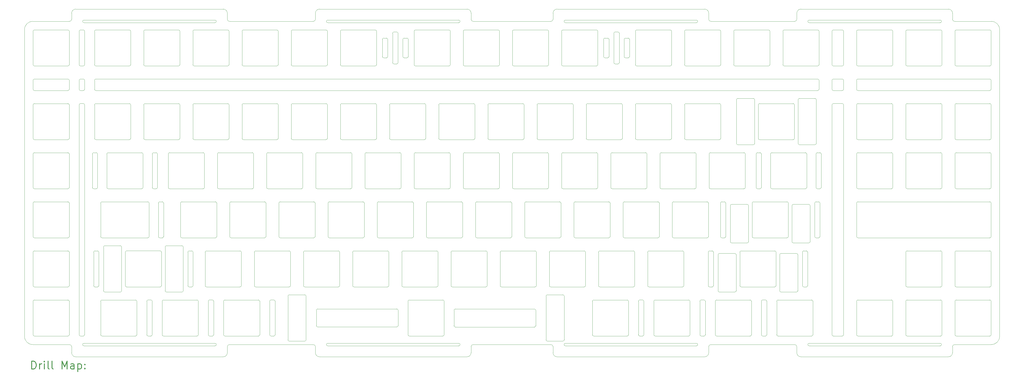
<source format=gbr>
%FSLAX45Y45*%
G04 Gerber Fmt 4.5, Leading zero omitted, Abs format (unit mm)*
G04 Created by KiCad (PCBNEW (5.1.10)-1) date 2022-01-16 21:07:40*
%MOMM*%
%LPD*%
G01*
G04 APERTURE LIST*
%TA.AperFunction,Profile*%
%ADD10C,0.100000*%
%TD*%
%ADD11C,0.200000*%
%ADD12C,0.300000*%
G04 APERTURE END LIST*
D10*
X35025095Y-26525220D02*
G75*
G02*
X34975095Y-26575220I-50000J0D01*
G01*
X34875095Y-26575220D02*
G75*
G02*
X34825095Y-26525220I0J50000D01*
G01*
X34975095Y-25175220D02*
G75*
G02*
X35025095Y-25225220I0J-50000D01*
G01*
X34825095Y-25225220D02*
G75*
G02*
X34875095Y-25175220I50000J0D01*
G01*
X35025095Y-25225220D02*
X35025095Y-26525220D01*
X34825095Y-25225220D02*
X34825095Y-26525220D01*
X34875095Y-26575220D02*
X34975095Y-26575220D01*
X34875095Y-25175220D02*
X34975095Y-25175220D01*
X38675095Y-26525220D02*
G75*
G02*
X38625095Y-26575220I-50000J0D01*
G01*
X38525095Y-26575220D02*
G75*
G02*
X38475095Y-26525220I0J50000D01*
G01*
X38625095Y-25175220D02*
G75*
G02*
X38675095Y-25225220I0J-50000D01*
G01*
X38475095Y-25225220D02*
G75*
G02*
X38525095Y-25175220I50000J0D01*
G01*
X38675095Y-25225220D02*
X38675095Y-26525220D01*
X38475095Y-25225220D02*
X38475095Y-26525220D01*
X38525095Y-26575220D02*
X38625095Y-26575220D01*
X38525095Y-25175220D02*
X38625095Y-25175220D01*
X35906295Y-26725220D02*
G75*
G02*
X35856295Y-26775220I-50000J0D01*
G01*
X35256295Y-26775220D02*
G75*
G02*
X35206295Y-26725220I0J50000D01*
G01*
X35856295Y-25275220D02*
G75*
G02*
X35906295Y-25325220I0J-50000D01*
G01*
X35206295Y-25325220D02*
G75*
G02*
X35256295Y-25275220I50000J0D01*
G01*
X35906295Y-25325220D02*
X35906295Y-26725220D01*
X35206295Y-25325220D02*
X35206295Y-26725220D01*
X35256295Y-26775220D02*
X35856295Y-26775220D01*
X35256295Y-25275220D02*
X35856295Y-25275220D01*
X38293895Y-26725220D02*
G75*
G02*
X38243895Y-26775220I-50000J0D01*
G01*
X37643895Y-26775220D02*
G75*
G02*
X37593895Y-26725220I0J50000D01*
G01*
X38243895Y-25275220D02*
G75*
G02*
X38293895Y-25325220I0J-50000D01*
G01*
X37593895Y-25325220D02*
G75*
G02*
X37643895Y-25275220I50000J0D01*
G01*
X38293895Y-25325220D02*
X38293895Y-26725220D01*
X37593895Y-25325220D02*
X37593895Y-26725220D01*
X37643895Y-26775220D02*
X38243895Y-26775220D01*
X37643895Y-25275220D02*
X38243895Y-25275220D01*
X37450095Y-26525220D02*
G75*
G02*
X37400095Y-26575220I-50000J0D01*
G01*
X36100095Y-26575220D02*
G75*
G02*
X36050095Y-26525220I0J50000D01*
G01*
X37400095Y-25175220D02*
G75*
G02*
X37450095Y-25225220I0J-50000D01*
G01*
X36050095Y-25225220D02*
G75*
G02*
X36100095Y-25175220I50000J0D01*
G01*
X37450095Y-25225220D02*
X37450095Y-26525220D01*
X36050095Y-25225220D02*
X36050095Y-26525220D01*
X36100095Y-26575220D02*
X37400095Y-26575220D01*
X36100095Y-25175220D02*
X37400095Y-25175220D01*
X11212595Y-26525220D02*
G75*
G02*
X11162595Y-26575220I-50000J0D01*
G01*
X11062595Y-26575220D02*
G75*
G02*
X11012595Y-26525220I0J50000D01*
G01*
X11162595Y-25175220D02*
G75*
G02*
X11212595Y-25225220I0J-50000D01*
G01*
X11012595Y-25225220D02*
G75*
G02*
X11062595Y-25175220I50000J0D01*
G01*
X11212595Y-25225220D02*
X11212595Y-26525220D01*
X11012595Y-25225220D02*
X11012595Y-26525220D01*
X11062595Y-26575220D02*
X11162595Y-26575220D01*
X11062595Y-25175220D02*
X11162595Y-25175220D01*
X14862595Y-26525220D02*
G75*
G02*
X14812595Y-26575220I-50000J0D01*
G01*
X14712595Y-26575220D02*
G75*
G02*
X14662595Y-26525220I0J50000D01*
G01*
X14812595Y-25175220D02*
G75*
G02*
X14862595Y-25225220I0J-50000D01*
G01*
X14662595Y-25225220D02*
G75*
G02*
X14712595Y-25175220I50000J0D01*
G01*
X14862595Y-25225220D02*
X14862595Y-26525220D01*
X14662595Y-25225220D02*
X14662595Y-26525220D01*
X14712595Y-26575220D02*
X14812595Y-26575220D01*
X14712595Y-25175220D02*
X14812595Y-25175220D01*
X35501345Y-24620220D02*
G75*
G02*
X35451345Y-24670220I-50000J0D01*
G01*
X35351345Y-24670220D02*
G75*
G02*
X35301345Y-24620220I0J50000D01*
G01*
X35451345Y-23270220D02*
G75*
G02*
X35501345Y-23320220I0J-50000D01*
G01*
X35301345Y-23320220D02*
G75*
G02*
X35351345Y-23270220I50000J0D01*
G01*
X35501345Y-23320220D02*
X35501345Y-24620220D01*
X35301345Y-23320220D02*
X35301345Y-24620220D01*
X35351345Y-24670220D02*
X35451345Y-24670220D01*
X35351345Y-23270220D02*
X35451345Y-23270220D01*
X39151345Y-24620220D02*
G75*
G02*
X39101345Y-24670220I-50000J0D01*
G01*
X39001345Y-24670220D02*
G75*
G02*
X38951345Y-24620220I0J50000D01*
G01*
X39101345Y-23270220D02*
G75*
G02*
X39151345Y-23320220I0J-50000D01*
G01*
X38951345Y-23320220D02*
G75*
G02*
X39001345Y-23270220I50000J0D01*
G01*
X39151345Y-23320220D02*
X39151345Y-24620220D01*
X38951345Y-23320220D02*
X38951345Y-24620220D01*
X39001345Y-24670220D02*
X39101345Y-24670220D01*
X39001345Y-23270220D02*
X39101345Y-23270220D01*
X36382545Y-24820220D02*
G75*
G02*
X36332545Y-24870220I-50000J0D01*
G01*
X35732545Y-24870220D02*
G75*
G02*
X35682545Y-24820220I0J50000D01*
G01*
X36332545Y-23370220D02*
G75*
G02*
X36382545Y-23420220I0J-50000D01*
G01*
X35682545Y-23420220D02*
G75*
G02*
X35732545Y-23370220I50000J0D01*
G01*
X36382545Y-23420220D02*
X36382545Y-24820220D01*
X35682545Y-23420220D02*
X35682545Y-24820220D01*
X35732545Y-24870220D02*
X36332545Y-24870220D01*
X35732545Y-23370220D02*
X36332545Y-23370220D01*
X38770145Y-24820220D02*
G75*
G02*
X38720145Y-24870220I-50000J0D01*
G01*
X38120145Y-24870220D02*
G75*
G02*
X38070145Y-24820220I0J50000D01*
G01*
X38720145Y-23370220D02*
G75*
G02*
X38770145Y-23420220I0J-50000D01*
G01*
X38070145Y-23420220D02*
G75*
G02*
X38120145Y-23370220I50000J0D01*
G01*
X38770145Y-23420220D02*
X38770145Y-24820220D01*
X38070145Y-23420220D02*
X38070145Y-24820220D01*
X38120145Y-24870220D02*
X38720145Y-24870220D01*
X38120145Y-23370220D02*
X38720145Y-23370220D01*
X37926345Y-24620220D02*
G75*
G02*
X37876345Y-24670220I-50000J0D01*
G01*
X36576345Y-24670220D02*
G75*
G02*
X36526345Y-24620220I0J50000D01*
G01*
X37876345Y-23270220D02*
G75*
G02*
X37926345Y-23320220I0J-50000D01*
G01*
X36526345Y-23320220D02*
G75*
G02*
X36576345Y-23270220I50000J0D01*
G01*
X37926345Y-23320220D02*
X37926345Y-24620220D01*
X36526345Y-23320220D02*
X36526345Y-24620220D01*
X36576345Y-24670220D02*
X37876345Y-24670220D01*
X36576345Y-23270220D02*
X37876345Y-23270220D01*
X34843430Y-28890680D02*
X34843430Y-29128790D01*
X28811310Y-29128790D02*
G75*
G03*
X28970050Y-29287530I158740J0D01*
G01*
X28811310Y-29128790D02*
X28811310Y-28890680D01*
X34684690Y-29287530D02*
X28970050Y-29287530D01*
X34684690Y-29287530D02*
G75*
G03*
X34843430Y-29128790I0J158740D01*
G01*
X19604390Y-29128790D02*
G75*
G03*
X19763130Y-29287530I158740J0D01*
G01*
X25636510Y-28890680D02*
X25636510Y-29128790D01*
X25477770Y-29287530D02*
X19763130Y-29287530D01*
X44129720Y-29287530D02*
G75*
G03*
X44288460Y-29128790I0J158740D01*
G01*
X38256340Y-29128790D02*
X38256340Y-28890680D01*
X38256340Y-29128790D02*
G75*
G03*
X38415080Y-29287530I158740J0D01*
G01*
X10159360Y-29128790D02*
G75*
G03*
X10318100Y-29287530I158740J0D01*
G01*
X10159360Y-29128790D02*
X10159360Y-28890680D01*
X16032740Y-29287530D02*
G75*
G03*
X16191480Y-29128790I0J158740D01*
G01*
X16032740Y-29287530D02*
X10318100Y-29287530D01*
X16191480Y-28890680D02*
X16191480Y-29128790D01*
X44129720Y-29287530D02*
X38415080Y-29287530D01*
X44288460Y-28890680D02*
X44288460Y-29128790D01*
X25477770Y-29287530D02*
G75*
G03*
X25636510Y-29128790I0J158740D01*
G01*
X19604390Y-29128790D02*
X19604390Y-28890680D01*
X20080610Y-28861310D02*
G75*
G02*
X20030610Y-28811310I0J50000D01*
G01*
X34367210Y-28861310D02*
X29287530Y-28861310D01*
X15715260Y-28861310D02*
X10635580Y-28861310D01*
X15715260Y-28761310D02*
G75*
G02*
X15765260Y-28811310I0J-50000D01*
G01*
X34417210Y-28811310D02*
G75*
G02*
X34367210Y-28861310I-50000J0D01*
G01*
X38682560Y-28811310D02*
G75*
G02*
X38732560Y-28761310I50000J0D01*
G01*
X20030610Y-28811310D02*
G75*
G02*
X20080610Y-28761310I50000J0D01*
G01*
X38732560Y-28861310D02*
G75*
G02*
X38682560Y-28811310I0J50000D01*
G01*
X15765260Y-28811310D02*
G75*
G02*
X15715260Y-28861310I-50000J0D01*
G01*
X34367210Y-28761310D02*
G75*
G02*
X34417210Y-28811310I0J-50000D01*
G01*
X43812240Y-28861310D02*
X38732560Y-28861310D01*
X25160290Y-28861310D02*
X20080610Y-28861310D01*
X38732560Y-28761310D02*
X43812240Y-28761310D01*
X29287530Y-28761310D02*
X34367210Y-28761310D01*
X29287530Y-28861310D02*
G75*
G02*
X29237530Y-28811310I0J50000D01*
G01*
X29237530Y-28811310D02*
G75*
G02*
X29287530Y-28761310I50000J0D01*
G01*
X43862240Y-28811310D02*
G75*
G02*
X43812240Y-28861310I-50000J0D01*
G01*
X43812240Y-28761310D02*
G75*
G02*
X43862240Y-28811310I0J-50000D01*
G01*
X25210290Y-28811310D02*
G75*
G02*
X25160290Y-28861310I-50000J0D01*
G01*
X10585580Y-28811310D02*
G75*
G02*
X10635580Y-28761310I50000J0D01*
G01*
X10635580Y-28761310D02*
X15715260Y-28761310D01*
X10635580Y-28861310D02*
G75*
G02*
X10585580Y-28811310I0J50000D01*
G01*
X20080610Y-28761310D02*
X25160290Y-28761310D01*
X25160290Y-28761310D02*
G75*
G02*
X25210290Y-28811310I0J-50000D01*
G01*
X34367210Y-16220850D02*
G75*
G02*
X34417210Y-16270850I0J-50000D01*
G01*
X38732560Y-16220850D02*
X43812240Y-16220850D01*
X38732560Y-16320850D02*
G75*
G02*
X38682560Y-16270850I0J50000D01*
G01*
X34417210Y-16270850D02*
G75*
G02*
X34367210Y-16320850I-50000J0D01*
G01*
X38682560Y-16270850D02*
G75*
G02*
X38732560Y-16220850I50000J0D01*
G01*
X29287530Y-16220850D02*
X34367210Y-16220850D01*
X29237530Y-16270850D02*
G75*
G02*
X29287530Y-16220850I50000J0D01*
G01*
X43862240Y-16270850D02*
G75*
G02*
X43812240Y-16320850I-50000J0D01*
G01*
X43812240Y-16320850D02*
X38732560Y-16320850D01*
X43812240Y-16220850D02*
G75*
G02*
X43862240Y-16270850I0J-50000D01*
G01*
X34367210Y-16320850D02*
X29287530Y-16320850D01*
X29287530Y-16320850D02*
G75*
G02*
X29237530Y-16270850I0J50000D01*
G01*
X25160290Y-16320850D02*
X20080610Y-16320850D01*
X25160290Y-16220850D02*
G75*
G02*
X25210290Y-16270850I0J-50000D01*
G01*
X25210290Y-16270850D02*
G75*
G02*
X25160290Y-16320850I-50000J0D01*
G01*
X20030610Y-16270850D02*
G75*
G02*
X20080610Y-16220850I50000J0D01*
G01*
X20080610Y-16220850D02*
X25160290Y-16220850D01*
X20080610Y-16320850D02*
G75*
G02*
X20030610Y-16270850I0J50000D01*
G01*
X15715260Y-16320850D02*
X10635580Y-16320850D01*
X10635580Y-16220850D02*
X15715260Y-16220850D01*
X15765260Y-16270850D02*
G75*
G02*
X15715260Y-16320850I-50000J0D01*
G01*
X15715260Y-16220850D02*
G75*
G02*
X15765260Y-16270850I0J-50000D01*
G01*
X10635580Y-16320850D02*
G75*
G02*
X10585580Y-16270850I0J50000D01*
G01*
X10585580Y-16270850D02*
G75*
G02*
X10635580Y-16220850I50000J0D01*
G01*
X8651330Y-28811310D02*
X10079990Y-28811310D01*
X16270850Y-28811310D02*
X19525020Y-28811310D01*
X44367830Y-28811310D02*
X45796490Y-28811310D01*
X34922800Y-28811310D02*
X38176970Y-28811310D01*
X28731940Y-28811310D02*
X25715880Y-28811310D01*
X34922800Y-28811310D02*
G75*
G03*
X34843430Y-28890680I0J-79370D01*
G01*
X28811310Y-28890680D02*
G75*
G03*
X28731940Y-28811310I-79370J0D01*
G01*
X44367830Y-28811310D02*
G75*
G03*
X44288460Y-28890680I0J-79370D01*
G01*
X25715880Y-28811310D02*
G75*
G03*
X25636510Y-28890680I0J-79370D01*
G01*
X16270850Y-28811310D02*
G75*
G03*
X16191480Y-28890680I0J-79370D01*
G01*
X10159360Y-28890680D02*
G75*
G03*
X10079990Y-28811310I-79370J0D01*
G01*
X38256340Y-28890680D02*
G75*
G03*
X38176970Y-28811310I-79370J0D01*
G01*
X19604390Y-28890680D02*
G75*
G03*
X19525020Y-28811310I-79370J0D01*
G01*
X8651330Y-16270850D02*
X10079990Y-16270850D01*
X16270850Y-16270850D02*
X19525020Y-16270850D01*
X44367830Y-16270850D02*
X45796490Y-16270850D01*
X34922800Y-16270850D02*
X38176970Y-16270850D01*
X29191345Y-28680220D02*
X28591345Y-28680220D01*
X28591345Y-28680220D02*
G75*
G02*
X28541345Y-28630220I0J50000D01*
G01*
X29241345Y-28630220D02*
G75*
G02*
X29191345Y-28680220I-50000J0D01*
G01*
X18591345Y-28680220D02*
G75*
G02*
X18541345Y-28630220I0J50000D01*
G01*
X19241345Y-28630220D02*
G75*
G02*
X19191345Y-28680220I-50000J0D01*
G01*
X19191345Y-28680220D02*
X18591345Y-28680220D01*
X28731940Y-16270850D02*
X25715880Y-16270850D01*
X28811310Y-15953370D02*
G75*
G02*
X28970050Y-15794630I158740J0D01*
G01*
X28811310Y-15953370D02*
X28811310Y-16191480D01*
X34922800Y-16270850D02*
G75*
G02*
X34843430Y-16191480I0J79370D01*
G01*
X34843430Y-16191480D02*
X34843430Y-15953370D01*
X34684690Y-15794630D02*
X28970050Y-15794630D01*
X34684690Y-15794630D02*
G75*
G02*
X34843430Y-15953370I0J-158740D01*
G01*
X28811310Y-16191480D02*
G75*
G02*
X28731940Y-16270850I-79370J0D01*
G01*
X8333850Y-28493830D02*
X8333850Y-16588330D01*
X46113970Y-28493830D02*
X46113970Y-16588330D01*
X11445340Y-24974380D02*
G75*
G03*
X11395340Y-25024380I0J-50000D01*
G01*
X11445340Y-24974380D02*
X12045340Y-24974380D01*
X12095340Y-25024380D02*
G75*
G03*
X12045340Y-24974380I-50000J0D01*
G01*
X14482940Y-25024380D02*
X14482940Y-26724860D01*
X13782940Y-25024380D02*
X13782940Y-26724860D01*
X14482940Y-26724860D02*
G75*
G02*
X14432940Y-26774860I-50000J0D01*
G01*
X13832940Y-24974380D02*
G75*
G03*
X13782940Y-25024380I0J-50000D01*
G01*
X11395340Y-26724860D02*
X11395340Y-25024380D01*
X13832940Y-26774860D02*
G75*
G02*
X13782940Y-26724860I0J50000D01*
G01*
X11445340Y-26774860D02*
G75*
G02*
X11395340Y-26724860I0J50000D01*
G01*
X12095340Y-26724860D02*
G75*
G02*
X12045340Y-26774860I-50000J0D01*
G01*
X12095340Y-26724860D02*
X12095340Y-25024380D01*
X14482940Y-25024380D02*
G75*
G03*
X14432940Y-24974380I-50000J0D01*
G01*
X13832940Y-26774860D02*
X14432940Y-26774860D01*
X11445340Y-26774860D02*
X12045340Y-26774860D01*
X13832940Y-24974380D02*
X14432940Y-24974380D01*
X13001850Y-18002720D02*
G75*
G02*
X12951850Y-17952720I0J50000D01*
G01*
X14351850Y-17952720D02*
G75*
G02*
X14301850Y-18002720I-50000J0D01*
G01*
X13001850Y-18002720D02*
X14301850Y-18002720D01*
X13001850Y-16602720D02*
X14301850Y-16602720D01*
X12951850Y-16652720D02*
G75*
G02*
X13001850Y-16602720I50000J0D01*
G01*
X14351850Y-16652720D02*
X14351850Y-17952720D01*
X12951850Y-16652720D02*
X12951850Y-17952720D01*
X14301850Y-16602720D02*
G75*
G02*
X14351850Y-16652720I0J-50000D01*
G01*
X31217295Y-17923230D02*
G75*
G02*
X31167295Y-17873230I0J50000D01*
G01*
X31167295Y-17873230D02*
X31167295Y-16731970D01*
X30979895Y-17635120D02*
G75*
G02*
X30929895Y-17685120I-50000J0D01*
G01*
X31167295Y-16731970D02*
G75*
G02*
X31217295Y-16681970I50000J0D01*
G01*
X30979895Y-17635120D02*
X30979895Y-16970080D01*
X31773595Y-17635120D02*
G75*
G02*
X31723595Y-17685120I-50000J0D01*
G01*
X30929895Y-16920080D02*
G75*
G02*
X30979895Y-16970080I0J-50000D01*
G01*
X30820445Y-17685120D02*
X30929895Y-17685120D01*
X30770445Y-17635120D02*
X30770445Y-16970080D01*
X31614145Y-16920080D02*
X31723595Y-16920080D01*
X31614145Y-17685120D02*
X31723595Y-17685120D01*
X31564145Y-17635120D02*
X31564145Y-16970080D01*
X31564145Y-16970080D02*
G75*
G02*
X31614145Y-16920080I50000J0D01*
G01*
X31217295Y-16681970D02*
X31326745Y-16681970D01*
X31614145Y-17685120D02*
G75*
G02*
X31564145Y-17635120I0J50000D01*
G01*
X31376745Y-17873230D02*
G75*
G02*
X31326745Y-17923230I-50000J0D01*
G01*
X30820445Y-17685120D02*
G75*
G02*
X30770445Y-17635120I0J50000D01*
G01*
X31217295Y-17923230D02*
X31326745Y-17923230D01*
X30770445Y-16970080D02*
G75*
G02*
X30820445Y-16920080I50000J0D01*
G01*
X30820445Y-16920080D02*
X30929895Y-16920080D01*
X31326745Y-16681970D02*
G75*
G02*
X31376745Y-16731970I0J-50000D01*
G01*
X31376745Y-17873230D02*
X31376745Y-16731970D01*
X31723595Y-16920080D02*
G75*
G02*
X31773595Y-16970080I0J-50000D01*
G01*
X31773595Y-17635120D02*
X31773595Y-16970080D01*
X22804785Y-17873230D02*
G75*
G02*
X22754785Y-17923230I-50000J0D01*
G01*
X22248485Y-17685120D02*
X22357935Y-17685120D01*
X22645335Y-16681970D02*
X22754785Y-16681970D01*
X22645335Y-17923230D02*
G75*
G02*
X22595335Y-17873230I0J50000D01*
G01*
X22198485Y-17635120D02*
X22198485Y-16970080D01*
X22198485Y-16970080D02*
G75*
G02*
X22248485Y-16920080I50000J0D01*
G01*
X22754785Y-16681970D02*
G75*
G02*
X22804785Y-16731970I0J-50000D01*
G01*
X22595335Y-17873230D02*
X22595335Y-16731970D01*
X22804785Y-17873230D02*
X22804785Y-16731970D01*
X22595335Y-16731970D02*
G75*
G02*
X22645335Y-16681970I50000J0D01*
G01*
X22407935Y-17635120D02*
G75*
G02*
X22357935Y-17685120I-50000J0D01*
G01*
X22248485Y-16920080D02*
X22357935Y-16920080D01*
X22248485Y-17685120D02*
G75*
G02*
X22198485Y-17635120I0J50000D01*
G01*
X22357935Y-16920080D02*
G75*
G02*
X22407935Y-16970080I0J-50000D01*
G01*
X22407935Y-17635120D02*
X22407935Y-16970080D01*
X22645335Y-17923230D02*
X22754785Y-17923230D01*
X23042185Y-17685120D02*
X23151635Y-17685120D01*
X22992185Y-17635120D02*
X22992185Y-16970080D01*
X23042185Y-16920080D02*
X23151635Y-16920080D01*
X23042185Y-17685120D02*
G75*
G02*
X22992185Y-17635120I0J50000D01*
G01*
X23151635Y-16920080D02*
G75*
G02*
X23201635Y-16970080I0J-50000D01*
G01*
X23201635Y-17635120D02*
G75*
G02*
X23151635Y-17685120I-50000J0D01*
G01*
X22992185Y-16970080D02*
G75*
G02*
X23042185Y-16920080I50000J0D01*
G01*
X23201635Y-17635120D02*
X23201635Y-16970080D01*
X32169735Y-28479440D02*
X32279185Y-28479440D01*
X32329185Y-28429440D02*
G75*
G02*
X32279185Y-28479440I-50000J0D01*
G01*
X32169735Y-28479440D02*
G75*
G02*
X32119735Y-28429440I0J50000D01*
G01*
X32169735Y-27079440D02*
X32279185Y-27079440D01*
X32279185Y-27079440D02*
G75*
G02*
X32329185Y-27129440I0J-50000D01*
G01*
X32329185Y-28429440D02*
X32329185Y-27129440D01*
X32119735Y-28429440D02*
X32119735Y-27129440D01*
X32119735Y-27129440D02*
G75*
G02*
X32169735Y-27079440I50000J0D01*
G01*
X34710285Y-28429440D02*
X34710285Y-27129440D01*
X34660285Y-27079440D02*
G75*
G02*
X34710285Y-27129440I0J-50000D01*
G01*
X34550835Y-28479440D02*
X34660285Y-28479440D01*
X34710285Y-28429440D02*
G75*
G02*
X34660285Y-28479440I-50000J0D01*
G01*
X34500835Y-27129440D02*
G75*
G02*
X34550835Y-27079440I50000J0D01*
G01*
X34550835Y-28479440D02*
G75*
G02*
X34500835Y-28429440I0J50000D01*
G01*
X34500835Y-28429440D02*
X34500835Y-27129440D01*
X34550835Y-27079440D02*
X34660285Y-27079440D01*
X36931935Y-27079440D02*
X37041385Y-27079440D01*
X36931935Y-28479440D02*
G75*
G02*
X36881935Y-28429440I0J50000D01*
G01*
X36881935Y-28429440D02*
X36881935Y-27129440D01*
X37041385Y-27079440D02*
G75*
G02*
X37091385Y-27129440I0J-50000D01*
G01*
X36931935Y-28479440D02*
X37041385Y-28479440D01*
X37091385Y-28429440D02*
X37091385Y-27129440D01*
X36881935Y-27129440D02*
G75*
G02*
X36931935Y-27079440I50000J0D01*
G01*
X37091385Y-28429440D02*
G75*
G02*
X37041385Y-28479440I-50000J0D01*
G01*
X18042585Y-28429440D02*
G75*
G02*
X17992585Y-28479440I-50000J0D01*
G01*
X17833135Y-28429440D02*
X17833135Y-27129440D01*
X17883135Y-27079440D02*
X17992585Y-27079440D01*
X17883135Y-28479440D02*
X17992585Y-28479440D01*
X18042585Y-28429440D02*
X18042585Y-27129440D01*
X17883135Y-28479440D02*
G75*
G02*
X17833135Y-28429440I0J50000D01*
G01*
X17992585Y-27079440D02*
G75*
G02*
X18042585Y-27129440I0J-50000D01*
G01*
X17833135Y-27129440D02*
G75*
G02*
X17883135Y-27079440I50000J0D01*
G01*
X15661485Y-28429440D02*
G75*
G02*
X15611485Y-28479440I-50000J0D01*
G01*
X15502035Y-27079440D02*
X15611485Y-27079440D01*
X15661485Y-28429440D02*
X15661485Y-27129440D01*
X15502035Y-28479440D02*
X15611485Y-28479440D01*
X15502035Y-28479440D02*
G75*
G02*
X15452035Y-28429440I0J50000D01*
G01*
X15611485Y-27079440D02*
G75*
G02*
X15661485Y-27129440I0J-50000D01*
G01*
X15452035Y-27129440D02*
G75*
G02*
X15502035Y-27079440I50000J0D01*
G01*
X15452035Y-28429440D02*
X15452035Y-27129440D01*
X13230385Y-27079440D02*
G75*
G02*
X13280385Y-27129440I0J-50000D01*
G01*
X13070935Y-28429440D02*
X13070935Y-27129440D01*
X13280385Y-28429440D02*
G75*
G02*
X13230385Y-28479440I-50000J0D01*
G01*
X13120935Y-28479440D02*
X13230385Y-28479440D01*
X13120935Y-28479440D02*
G75*
G02*
X13070935Y-28429440I0J50000D01*
G01*
X13120935Y-27079440D02*
X13230385Y-27079440D01*
X13280385Y-28429440D02*
X13280385Y-27129440D01*
X13070935Y-27129440D02*
G75*
G02*
X13120935Y-27079440I50000J0D01*
G01*
X10501725Y-18955040D02*
X10611175Y-18955040D01*
X10451725Y-18905040D02*
X10451725Y-18557480D01*
X10451725Y-18557480D02*
G75*
G02*
X10501725Y-18507480I50000J0D01*
G01*
X10661175Y-18905040D02*
G75*
G02*
X10611175Y-18955040I-50000J0D01*
G01*
X10501725Y-18507480D02*
X10611175Y-18507480D01*
X10501725Y-18955040D02*
G75*
G02*
X10451725Y-18905040I0J50000D01*
G01*
X10611175Y-18507480D02*
G75*
G02*
X10661175Y-18557480I0J-50000D01*
G01*
X10661175Y-18905040D02*
X10661175Y-18557480D01*
X10065900Y-18905040D02*
G75*
G02*
X10015900Y-18955040I-50000J0D01*
G01*
X8715900Y-18955040D02*
G75*
G02*
X8665900Y-18905040I0J50000D01*
G01*
X10015900Y-18507480D02*
G75*
G02*
X10065900Y-18557480I0J-50000D01*
G01*
X8665900Y-18557480D02*
G75*
G02*
X8715900Y-18507480I50000J0D01*
G01*
X10065900Y-18905040D02*
X10065900Y-18557480D01*
X8665900Y-18905040D02*
X8665900Y-18557480D01*
X8715900Y-18955040D02*
X10015900Y-18955040D01*
X8715900Y-18507480D02*
X10015900Y-18507480D01*
X10451725Y-16652600D02*
G75*
G02*
X10501725Y-16602600I50000J0D01*
G01*
X10661175Y-17952600D02*
X10661175Y-16652600D01*
X10611175Y-16602600D02*
G75*
G02*
X10661175Y-16652600I0J-50000D01*
G01*
X10451725Y-17952600D02*
X10451725Y-16652600D01*
X10661175Y-17952600D02*
G75*
G02*
X10611175Y-18002600I-50000J0D01*
G01*
X10501725Y-18002600D02*
G75*
G02*
X10451725Y-17952600I0J50000D01*
G01*
X10501725Y-16602600D02*
X10611175Y-16602600D01*
X10501725Y-18002600D02*
X10611175Y-18002600D01*
X28591345Y-26878780D02*
G75*
G03*
X28541345Y-26928780I0J-50000D01*
G01*
X29241345Y-26928780D02*
G75*
G03*
X29191345Y-26878780I-50000J0D01*
G01*
X29191345Y-26878780D02*
X28591345Y-26878780D01*
X18591345Y-26878780D02*
G75*
G03*
X18541345Y-26928780I0J-50000D01*
G01*
X19241345Y-26928780D02*
G75*
G03*
X19191345Y-26878780I-50000J0D01*
G01*
X19191345Y-26878780D02*
X18591345Y-26878780D01*
X12289140Y-25174860D02*
X13589140Y-25174860D01*
X13639140Y-25224860D02*
X13639140Y-26524860D01*
X13589140Y-25174860D02*
G75*
G02*
X13639140Y-25224860I0J-50000D01*
G01*
X13639140Y-26524860D02*
G75*
G02*
X13589140Y-26574860I-50000J0D01*
G01*
X12289140Y-26574860D02*
G75*
G02*
X12239140Y-26524860I0J50000D01*
G01*
X12239140Y-25224860D02*
X12239140Y-26524860D01*
X12239140Y-25224860D02*
G75*
G02*
X12289140Y-25174860I50000J0D01*
G01*
X12289140Y-26574860D02*
X13589140Y-26574860D01*
X38358270Y-19259740D02*
X38958270Y-19259740D01*
X38358270Y-19259740D02*
G75*
G03*
X38308270Y-19309740I0J-50000D01*
G01*
X39008270Y-19309740D02*
G75*
G03*
X38958270Y-19259740I-50000J0D01*
G01*
X35970670Y-19259740D02*
X36570670Y-19259740D01*
X36620670Y-21010220D02*
X36620670Y-19309740D01*
X35920670Y-21010220D02*
X35920670Y-19309740D01*
X35970670Y-19259740D02*
G75*
G03*
X35920670Y-19309740I0J-50000D01*
G01*
X36620670Y-19309740D02*
G75*
G03*
X36570670Y-19259740I-50000J0D01*
G01*
X42529470Y-18002900D02*
X43829470Y-18002900D01*
X42529470Y-18002900D02*
G75*
G02*
X42479470Y-17952900I0J50000D01*
G01*
X42479470Y-16652900D02*
G75*
G02*
X42529470Y-16602900I50000J0D01*
G01*
X42529470Y-16602900D02*
X43829470Y-16602900D01*
X43879470Y-16652900D02*
X43879470Y-17952900D01*
X43879470Y-17952900D02*
G75*
G02*
X43829470Y-18002900I-50000J0D01*
G01*
X43829470Y-16602900D02*
G75*
G02*
X43879470Y-16652900I0J-50000D01*
G01*
X42479470Y-16652900D02*
X42479470Y-17952900D01*
X10661175Y-28429440D02*
X10661175Y-19509920D01*
X10611175Y-19459920D02*
G75*
G02*
X10661175Y-19509920I0J-50000D01*
G01*
X10501725Y-19459920D02*
X10611175Y-19459920D01*
X10451725Y-28429440D02*
X10451725Y-19509920D01*
X10451725Y-19509920D02*
G75*
G02*
X10501725Y-19459920I50000J0D01*
G01*
X10501725Y-28479440D02*
G75*
G02*
X10451725Y-28429440I0J50000D01*
G01*
X10501725Y-28479440D02*
X10611175Y-28479440D01*
X10661175Y-28429440D02*
G75*
G02*
X10611175Y-28479440I-50000J0D01*
G01*
X44434470Y-25175340D02*
X45734470Y-25175340D01*
X44434470Y-26575340D02*
G75*
G02*
X44384470Y-26525340I0J50000D01*
G01*
X44384470Y-25225340D02*
X44384470Y-26525340D01*
X45734470Y-25175340D02*
G75*
G02*
X45784470Y-25225340I0J-50000D01*
G01*
X45784470Y-26525340D02*
G75*
G02*
X45734470Y-26575340I-50000J0D01*
G01*
X45784470Y-25225340D02*
X45784470Y-26525340D01*
X44434470Y-26575340D02*
X45734470Y-26575340D01*
X44384470Y-25225340D02*
G75*
G02*
X44434470Y-25175340I50000J0D01*
G01*
X40574470Y-21415100D02*
G75*
G02*
X40624470Y-21365100I50000J0D01*
G01*
X44434470Y-22765100D02*
G75*
G02*
X44384470Y-22715100I0J50000D01*
G01*
X40624470Y-22765100D02*
G75*
G02*
X40574470Y-22715100I0J50000D01*
G01*
X41974470Y-22715100D02*
G75*
G02*
X41924470Y-22765100I-50000J0D01*
G01*
X44434470Y-22765100D02*
X45734470Y-22765100D01*
X42529470Y-22765100D02*
X43829470Y-22765100D01*
X42529470Y-22765100D02*
G75*
G02*
X42479470Y-22715100I0J50000D01*
G01*
X42479470Y-21415100D02*
G75*
G02*
X42529470Y-21365100I50000J0D01*
G01*
X42529470Y-21365100D02*
X43829470Y-21365100D01*
X44384470Y-21415100D02*
G75*
G02*
X44434470Y-21365100I50000J0D01*
G01*
X43879470Y-21415100D02*
X43879470Y-22715100D01*
X45734470Y-21365100D02*
G75*
G02*
X45784470Y-21415100I0J-50000D01*
G01*
X40624470Y-22765100D02*
X41924470Y-22765100D01*
X41974470Y-21415100D02*
X41974470Y-22715100D01*
X44434470Y-21365100D02*
X45734470Y-21365100D01*
X44384470Y-21415100D02*
X44384470Y-22715100D01*
X45784470Y-22715100D02*
G75*
G02*
X45734470Y-22765100I-50000J0D01*
G01*
X41924470Y-21365100D02*
G75*
G02*
X41974470Y-21415100I0J-50000D01*
G01*
X43879470Y-22715100D02*
G75*
G02*
X43829470Y-22765100I-50000J0D01*
G01*
X43829470Y-21365100D02*
G75*
G02*
X43879470Y-21415100I0J-50000D01*
G01*
X45784470Y-21415100D02*
X45784470Y-22715100D01*
X42479470Y-21415100D02*
X42479470Y-22715100D01*
X40624470Y-21365100D02*
X41924470Y-21365100D01*
X40574470Y-21415100D02*
X40574470Y-22715100D01*
X39670200Y-18955040D02*
X40017760Y-18955040D01*
X39670200Y-18507480D02*
X40017760Y-18507480D01*
X40067760Y-18905040D02*
X40067760Y-18557480D01*
X39620200Y-18905040D02*
X39620200Y-18557480D01*
X39670200Y-18955040D02*
G75*
G02*
X39620200Y-18905040I0J50000D01*
G01*
X40017760Y-18507480D02*
G75*
G02*
X40067760Y-18557480I0J-50000D01*
G01*
X39620200Y-18557480D02*
G75*
G02*
X39670200Y-18507480I50000J0D01*
G01*
X40067760Y-18905040D02*
G75*
G02*
X40017760Y-18955040I-50000J0D01*
G01*
X45782100Y-18904860D02*
X45782100Y-18557300D01*
X40572340Y-18904860D02*
X40572340Y-18557300D01*
X45732100Y-18507300D02*
X40622340Y-18507300D01*
X45732100Y-18954860D02*
X40622340Y-18954860D01*
X45782100Y-18904860D02*
G75*
G02*
X45732100Y-18954860I-50000J0D01*
G01*
X40572340Y-18557300D02*
G75*
G02*
X40622340Y-18507300I50000J0D01*
G01*
X40622340Y-18954860D02*
G75*
G02*
X40572340Y-18904860I0J50000D01*
G01*
X45732100Y-18507300D02*
G75*
G02*
X45782100Y-18557300I0J-50000D01*
G01*
X39670200Y-28479440D02*
X40017760Y-28479440D01*
X39670200Y-19459920D02*
X40017760Y-19459920D01*
X40067760Y-28429440D02*
X40067760Y-19509920D01*
X39620200Y-28429440D02*
X39620200Y-19509920D01*
X39670200Y-28479440D02*
G75*
G02*
X39620200Y-28429440I0J50000D01*
G01*
X40017760Y-19459920D02*
G75*
G02*
X40067760Y-19509920I0J-50000D01*
G01*
X39620200Y-19509920D02*
G75*
G02*
X39670200Y-19459920I50000J0D01*
G01*
X40067760Y-28429440D02*
G75*
G02*
X40017760Y-28479440I-50000J0D01*
G01*
X39620200Y-16652600D02*
G75*
G02*
X39670200Y-16602600I50000J0D01*
G01*
X39670200Y-16602600D02*
X40017760Y-16602600D01*
X40067760Y-17952600D02*
X40067760Y-16652600D01*
X39620200Y-17952600D02*
X39620200Y-16652600D01*
X40017760Y-16602600D02*
G75*
G02*
X40067760Y-16652600I0J-50000D01*
G01*
X39670200Y-18002600D02*
X40017760Y-18002600D01*
X39670200Y-18002600D02*
G75*
G02*
X39620200Y-17952600I0J50000D01*
G01*
X40067760Y-17952600D02*
G75*
G02*
X40017760Y-18002600I-50000J0D01*
G01*
X11046820Y-18557780D02*
X11046820Y-18905340D01*
X39115140Y-18557780D02*
X39115140Y-18905340D01*
X11046820Y-18557780D02*
G75*
G02*
X11096820Y-18507780I50000J0D01*
G01*
X11096820Y-18507780D02*
X39065140Y-18507780D01*
X11096820Y-18955340D02*
G75*
G02*
X11046820Y-18905340I0J50000D01*
G01*
X11096820Y-18955340D02*
X39065140Y-18955340D01*
X39065140Y-18507780D02*
G75*
G02*
X39115140Y-18557780I0J-50000D01*
G01*
X39115140Y-18905340D02*
G75*
G02*
X39065140Y-18955340I-50000J0D01*
G01*
X10065720Y-17952720D02*
G75*
G02*
X10015720Y-18002720I-50000J0D01*
G01*
X10065720Y-16652720D02*
X10065720Y-17952720D01*
X8665720Y-16652720D02*
X8665720Y-17952720D01*
X8715720Y-18002720D02*
X10015720Y-18002720D01*
X8665720Y-16652720D02*
G75*
G02*
X8715720Y-16602720I50000J0D01*
G01*
X8715720Y-16602720D02*
X10015720Y-16602720D01*
X8715720Y-18002720D02*
G75*
G02*
X8665720Y-17952720I0J50000D01*
G01*
X10015720Y-16602720D02*
G75*
G02*
X10065720Y-16652720I0J-50000D01*
G01*
X28090670Y-28130785D02*
X25023900Y-28130785D01*
X28140670Y-27480785D02*
X28140670Y-28080785D01*
X25023900Y-28130785D02*
G75*
G02*
X24973900Y-28080785I0J50000D01*
G01*
X28140670Y-28080785D02*
G75*
G02*
X28090670Y-28130785I-50000J0D01*
G01*
X24973900Y-27480785D02*
G75*
G02*
X25023900Y-27430785I50000J0D01*
G01*
X24973900Y-28080785D02*
X24973900Y-27480785D01*
X28090670Y-27430785D02*
G75*
G02*
X28140670Y-27480785I0J-50000D01*
G01*
X28090670Y-27430785D02*
X25023900Y-27430785D01*
X11335095Y-24670460D02*
X13111345Y-24670220D01*
X11335095Y-23270460D02*
X13111345Y-23270220D01*
X11285095Y-23320460D02*
G75*
G02*
X11335095Y-23270460I50000J0D01*
G01*
X11285095Y-23320460D02*
X11285095Y-24620460D01*
X11335095Y-24670460D02*
G75*
G02*
X11285095Y-24620460I0J50000D01*
G01*
X22806840Y-28078215D02*
G75*
G02*
X22756840Y-28128215I-50000J0D01*
G01*
X22756840Y-27428215D02*
G75*
G02*
X22806840Y-27478215I0J-50000D01*
G01*
X19640070Y-27478215D02*
G75*
G02*
X19690070Y-27428215I50000J0D01*
G01*
X19690070Y-28128215D02*
G75*
G02*
X19640070Y-28078215I0J50000D01*
G01*
X19690070Y-28128215D02*
X22756840Y-28128215D01*
X19640070Y-28078215D02*
X19640070Y-27478215D01*
X19690070Y-27428215D02*
X22756840Y-27428215D01*
X22806840Y-27478215D02*
X22806840Y-28078215D01*
X45784470Y-28430220D02*
G75*
G02*
X45734470Y-28480220I-50000J0D01*
G01*
X44434470Y-28480220D02*
G75*
G02*
X44384470Y-28430220I0J50000D01*
G01*
X45734470Y-27080220D02*
G75*
G02*
X45784470Y-27130220I0J-50000D01*
G01*
X44384470Y-27130220D02*
G75*
G02*
X44434470Y-27080220I50000J0D01*
G01*
X45784470Y-27130220D02*
X45784470Y-28430220D01*
X44384470Y-27130220D02*
X44384470Y-28430220D01*
X44434470Y-28480220D02*
X45734470Y-28480220D01*
X44434470Y-27080220D02*
X45734470Y-27080220D01*
X43879470Y-28430220D02*
G75*
G02*
X43829470Y-28480220I-50000J0D01*
G01*
X42529470Y-28480220D02*
G75*
G02*
X42479470Y-28430220I0J50000D01*
G01*
X43829470Y-27080220D02*
G75*
G02*
X43879470Y-27130220I0J-50000D01*
G01*
X42479470Y-27130220D02*
G75*
G02*
X42529470Y-27080220I50000J0D01*
G01*
X43879470Y-27130220D02*
X43879470Y-28430220D01*
X42479470Y-27130220D02*
X42479470Y-28430220D01*
X42529470Y-28480220D02*
X43829470Y-28480220D01*
X42529470Y-27080220D02*
X43829470Y-27080220D01*
X41974470Y-28430220D02*
G75*
G02*
X41924470Y-28480220I-50000J0D01*
G01*
X40624470Y-28480220D02*
G75*
G02*
X40574470Y-28430220I0J50000D01*
G01*
X41924470Y-27080220D02*
G75*
G02*
X41974470Y-27130220I0J-50000D01*
G01*
X40574470Y-27130220D02*
G75*
G02*
X40624470Y-27080220I50000J0D01*
G01*
X41974470Y-27130220D02*
X41974470Y-28430220D01*
X40574470Y-27130220D02*
X40574470Y-28430220D01*
X40624470Y-28480220D02*
X41924470Y-28480220D01*
X40624470Y-27080220D02*
X41924470Y-27080220D01*
X38878845Y-28430220D02*
G75*
G02*
X38828845Y-28480220I-50000J0D01*
G01*
X37528845Y-28480220D02*
G75*
G02*
X37478845Y-28430220I0J50000D01*
G01*
X38828845Y-27080220D02*
G75*
G02*
X38878845Y-27130220I0J-50000D01*
G01*
X37478845Y-27130220D02*
G75*
G02*
X37528845Y-27080220I50000J0D01*
G01*
X38878845Y-27130220D02*
X38878845Y-28430220D01*
X37478845Y-27130220D02*
X37478845Y-28430220D01*
X37528845Y-28480220D02*
X38828845Y-28480220D01*
X37528845Y-27080220D02*
X38828845Y-27080220D01*
X36497595Y-28430220D02*
G75*
G02*
X36447595Y-28480220I-50000J0D01*
G01*
X35147595Y-28480220D02*
G75*
G02*
X35097595Y-28430220I0J50000D01*
G01*
X36447595Y-27080220D02*
G75*
G02*
X36497595Y-27130220I0J-50000D01*
G01*
X35097595Y-27130220D02*
G75*
G02*
X35147595Y-27080220I50000J0D01*
G01*
X36497595Y-27130220D02*
X36497595Y-28430220D01*
X35097595Y-27130220D02*
X35097595Y-28430220D01*
X35147595Y-28480220D02*
X36447595Y-28480220D01*
X35147595Y-27080220D02*
X36447595Y-27080220D01*
X34116345Y-28430220D02*
G75*
G02*
X34066345Y-28480220I-50000J0D01*
G01*
X32766345Y-28480220D02*
G75*
G02*
X32716345Y-28430220I0J50000D01*
G01*
X34066345Y-27080220D02*
G75*
G02*
X34116345Y-27130220I0J-50000D01*
G01*
X32716345Y-27130220D02*
G75*
G02*
X32766345Y-27080220I50000J0D01*
G01*
X34116345Y-27130220D02*
X34116345Y-28430220D01*
X32716345Y-27130220D02*
X32716345Y-28430220D01*
X32766345Y-28480220D02*
X34066345Y-28480220D01*
X32766345Y-27080220D02*
X34066345Y-27080220D01*
X31735095Y-28430220D02*
G75*
G02*
X31685095Y-28480220I-50000J0D01*
G01*
X30385095Y-28480220D02*
G75*
G02*
X30335095Y-28430220I0J50000D01*
G01*
X31685095Y-27080220D02*
G75*
G02*
X31735095Y-27130220I0J-50000D01*
G01*
X30335095Y-27130220D02*
G75*
G02*
X30385095Y-27080220I50000J0D01*
G01*
X31735095Y-27130220D02*
X31735095Y-28430220D01*
X30335095Y-27130220D02*
X30335095Y-28430220D01*
X30385095Y-28480220D02*
X31685095Y-28480220D01*
X30385095Y-27080220D02*
X31685095Y-27080220D01*
X19241345Y-26928780D02*
X19241345Y-28630220D01*
X18541345Y-26928780D02*
X18541345Y-28630220D01*
X29241345Y-26928780D02*
X29241345Y-28630220D01*
X28541345Y-26928780D02*
X28541345Y-28630220D01*
X24591345Y-28430220D02*
G75*
G02*
X24541345Y-28480220I-50000J0D01*
G01*
X23241345Y-28480220D02*
G75*
G02*
X23191345Y-28430220I0J50000D01*
G01*
X24541345Y-27080220D02*
G75*
G02*
X24591345Y-27130220I0J-50000D01*
G01*
X23191345Y-27130220D02*
G75*
G02*
X23241345Y-27080220I50000J0D01*
G01*
X24591345Y-27130220D02*
X24591345Y-28430220D01*
X23191345Y-27130220D02*
X23191345Y-28430220D01*
X23241345Y-28480220D02*
X24541345Y-28480220D01*
X23241345Y-27080220D02*
X24541345Y-27080220D01*
X17447595Y-28430220D02*
G75*
G02*
X17397595Y-28480220I-50000J0D01*
G01*
X16097595Y-28480220D02*
G75*
G02*
X16047595Y-28430220I0J50000D01*
G01*
X17397595Y-27080220D02*
G75*
G02*
X17447595Y-27130220I0J-50000D01*
G01*
X16047595Y-27130220D02*
G75*
G02*
X16097595Y-27080220I50000J0D01*
G01*
X17447595Y-27130220D02*
X17447595Y-28430220D01*
X16047595Y-27130220D02*
X16047595Y-28430220D01*
X16097595Y-28480220D02*
X17397595Y-28480220D01*
X16097595Y-27080220D02*
X17397595Y-27080220D01*
X15066345Y-28430220D02*
G75*
G02*
X15016345Y-28480220I-50000J0D01*
G01*
X13716345Y-28480220D02*
G75*
G02*
X13666345Y-28430220I0J50000D01*
G01*
X15016345Y-27080220D02*
G75*
G02*
X15066345Y-27130220I0J-50000D01*
G01*
X13666345Y-27130220D02*
G75*
G02*
X13716345Y-27080220I50000J0D01*
G01*
X15066345Y-27130220D02*
X15066345Y-28430220D01*
X13666345Y-27130220D02*
X13666345Y-28430220D01*
X13716345Y-28480220D02*
X15016345Y-28480220D01*
X13716345Y-27080220D02*
X15016345Y-27080220D01*
X12685095Y-28430220D02*
G75*
G02*
X12635095Y-28480220I-50000J0D01*
G01*
X11335095Y-28480220D02*
G75*
G02*
X11285095Y-28430220I0J50000D01*
G01*
X12635095Y-27080220D02*
G75*
G02*
X12685095Y-27130220I0J-50000D01*
G01*
X11285095Y-27130220D02*
G75*
G02*
X11335095Y-27080220I50000J0D01*
G01*
X12685095Y-27130220D02*
X12685095Y-28430220D01*
X11285095Y-27130220D02*
X11285095Y-28430220D01*
X11335095Y-28480220D02*
X12635095Y-28480220D01*
X11335095Y-27080220D02*
X12635095Y-27080220D01*
X10065720Y-28430220D02*
G75*
G02*
X10015720Y-28480220I-50000J0D01*
G01*
X8715720Y-28480220D02*
G75*
G02*
X8665720Y-28430220I0J50000D01*
G01*
X10015720Y-27080220D02*
G75*
G02*
X10065720Y-27130220I0J-50000D01*
G01*
X8665720Y-27130220D02*
G75*
G02*
X8715720Y-27080220I50000J0D01*
G01*
X10065720Y-27130220D02*
X10065720Y-28430220D01*
X8665720Y-27130220D02*
X8665720Y-28430220D01*
X8715720Y-28480220D02*
X10015720Y-28480220D01*
X8715720Y-27080220D02*
X10015720Y-27080220D01*
X43879470Y-26525220D02*
G75*
G02*
X43829470Y-26575220I-50000J0D01*
G01*
X42529470Y-26575220D02*
G75*
G02*
X42479470Y-26525220I0J50000D01*
G01*
X43829470Y-25175220D02*
G75*
G02*
X43879470Y-25225220I0J-50000D01*
G01*
X42479470Y-25225220D02*
G75*
G02*
X42529470Y-25175220I50000J0D01*
G01*
X43879470Y-25225220D02*
X43879470Y-26525220D01*
X42479470Y-25225220D02*
X42479470Y-26525220D01*
X42529470Y-26575220D02*
X43829470Y-26575220D01*
X42529470Y-25175220D02*
X43829470Y-25175220D01*
X33878220Y-26525220D02*
G75*
G02*
X33828220Y-26575220I-50000J0D01*
G01*
X32528220Y-26575220D02*
G75*
G02*
X32478220Y-26525220I0J50000D01*
G01*
X33828220Y-25175220D02*
G75*
G02*
X33878220Y-25225220I0J-50000D01*
G01*
X32478220Y-25225220D02*
G75*
G02*
X32528220Y-25175220I50000J0D01*
G01*
X33878220Y-25225220D02*
X33878220Y-26525220D01*
X32478220Y-25225220D02*
X32478220Y-26525220D01*
X32528220Y-26575220D02*
X33828220Y-26575220D01*
X32528220Y-25175220D02*
X33828220Y-25175220D01*
X31973220Y-26525220D02*
G75*
G02*
X31923220Y-26575220I-50000J0D01*
G01*
X30623220Y-26575220D02*
G75*
G02*
X30573220Y-26525220I0J50000D01*
G01*
X31923220Y-25175220D02*
G75*
G02*
X31973220Y-25225220I0J-50000D01*
G01*
X30573220Y-25225220D02*
G75*
G02*
X30623220Y-25175220I50000J0D01*
G01*
X31973220Y-25225220D02*
X31973220Y-26525220D01*
X30573220Y-25225220D02*
X30573220Y-26525220D01*
X30623220Y-26575220D02*
X31923220Y-26575220D01*
X30623220Y-25175220D02*
X31923220Y-25175220D01*
X30068220Y-26525220D02*
G75*
G02*
X30018220Y-26575220I-50000J0D01*
G01*
X28718220Y-26575220D02*
G75*
G02*
X28668220Y-26525220I0J50000D01*
G01*
X30018220Y-25175220D02*
G75*
G02*
X30068220Y-25225220I0J-50000D01*
G01*
X28668220Y-25225220D02*
G75*
G02*
X28718220Y-25175220I50000J0D01*
G01*
X30068220Y-25225220D02*
X30068220Y-26525220D01*
X28668220Y-25225220D02*
X28668220Y-26525220D01*
X28718220Y-26575220D02*
X30018220Y-26575220D01*
X28718220Y-25175220D02*
X30018220Y-25175220D01*
X28163220Y-26525220D02*
G75*
G02*
X28113220Y-26575220I-50000J0D01*
G01*
X26813220Y-26575220D02*
G75*
G02*
X26763220Y-26525220I0J50000D01*
G01*
X28113220Y-25175220D02*
G75*
G02*
X28163220Y-25225220I0J-50000D01*
G01*
X26763220Y-25225220D02*
G75*
G02*
X26813220Y-25175220I50000J0D01*
G01*
X28163220Y-25225220D02*
X28163220Y-26525220D01*
X26763220Y-25225220D02*
X26763220Y-26525220D01*
X26813220Y-26575220D02*
X28113220Y-26575220D01*
X26813220Y-25175220D02*
X28113220Y-25175220D01*
X26258220Y-26525220D02*
G75*
G02*
X26208220Y-26575220I-50000J0D01*
G01*
X24908220Y-26575220D02*
G75*
G02*
X24858220Y-26525220I0J50000D01*
G01*
X26208220Y-25175220D02*
G75*
G02*
X26258220Y-25225220I0J-50000D01*
G01*
X24858220Y-25225220D02*
G75*
G02*
X24908220Y-25175220I50000J0D01*
G01*
X26258220Y-25225220D02*
X26258220Y-26525220D01*
X24858220Y-25225220D02*
X24858220Y-26525220D01*
X24908220Y-26575220D02*
X26208220Y-26575220D01*
X24908220Y-25175220D02*
X26208220Y-25175220D01*
X24353220Y-26525220D02*
G75*
G02*
X24303220Y-26575220I-50000J0D01*
G01*
X23003220Y-26575220D02*
G75*
G02*
X22953220Y-26525220I0J50000D01*
G01*
X24303220Y-25175220D02*
G75*
G02*
X24353220Y-25225220I0J-50000D01*
G01*
X22953220Y-25225220D02*
G75*
G02*
X23003220Y-25175220I50000J0D01*
G01*
X24353220Y-25225220D02*
X24353220Y-26525220D01*
X22953220Y-25225220D02*
X22953220Y-26525220D01*
X23003220Y-26575220D02*
X24303220Y-26575220D01*
X23003220Y-25175220D02*
X24303220Y-25175220D01*
X22448220Y-26525220D02*
G75*
G02*
X22398220Y-26575220I-50000J0D01*
G01*
X21098220Y-26575220D02*
G75*
G02*
X21048220Y-26525220I0J50000D01*
G01*
X22398220Y-25175220D02*
G75*
G02*
X22448220Y-25225220I0J-50000D01*
G01*
X21048220Y-25225220D02*
G75*
G02*
X21098220Y-25175220I50000J0D01*
G01*
X22448220Y-25225220D02*
X22448220Y-26525220D01*
X21048220Y-25225220D02*
X21048220Y-26525220D01*
X21098220Y-26575220D02*
X22398220Y-26575220D01*
X21098220Y-25175220D02*
X22398220Y-25175220D01*
X20543220Y-26525220D02*
G75*
G02*
X20493220Y-26575220I-50000J0D01*
G01*
X19193220Y-26575220D02*
G75*
G02*
X19143220Y-26525220I0J50000D01*
G01*
X20493220Y-25175220D02*
G75*
G02*
X20543220Y-25225220I0J-50000D01*
G01*
X19143220Y-25225220D02*
G75*
G02*
X19193220Y-25175220I50000J0D01*
G01*
X20543220Y-25225220D02*
X20543220Y-26525220D01*
X19143220Y-25225220D02*
X19143220Y-26525220D01*
X19193220Y-26575220D02*
X20493220Y-26575220D01*
X19193220Y-25175220D02*
X20493220Y-25175220D01*
X18638220Y-26525220D02*
G75*
G02*
X18588220Y-26575220I-50000J0D01*
G01*
X17288220Y-26575220D02*
G75*
G02*
X17238220Y-26525220I0J50000D01*
G01*
X18588220Y-25175220D02*
G75*
G02*
X18638220Y-25225220I0J-50000D01*
G01*
X17238220Y-25225220D02*
G75*
G02*
X17288220Y-25175220I50000J0D01*
G01*
X18638220Y-25225220D02*
X18638220Y-26525220D01*
X17238220Y-25225220D02*
X17238220Y-26525220D01*
X17288220Y-26575220D02*
X18588220Y-26575220D01*
X17288220Y-25175220D02*
X18588220Y-25175220D01*
X16733220Y-26525220D02*
G75*
G02*
X16683220Y-26575220I-50000J0D01*
G01*
X15383220Y-26575220D02*
G75*
G02*
X15333220Y-26525220I0J50000D01*
G01*
X16683220Y-25175220D02*
G75*
G02*
X16733220Y-25225220I0J-50000D01*
G01*
X15333220Y-25225220D02*
G75*
G02*
X15383220Y-25175220I50000J0D01*
G01*
X16733220Y-25225220D02*
X16733220Y-26525220D01*
X15333220Y-25225220D02*
X15333220Y-26525220D01*
X15383220Y-26575220D02*
X16683220Y-26575220D01*
X15383220Y-25175220D02*
X16683220Y-25175220D01*
X10065720Y-26525220D02*
G75*
G02*
X10015720Y-26575220I-50000J0D01*
G01*
X8715720Y-26575220D02*
G75*
G02*
X8665720Y-26525220I0J50000D01*
G01*
X10015720Y-25175220D02*
G75*
G02*
X10065720Y-25225220I0J-50000D01*
G01*
X8665720Y-25225220D02*
G75*
G02*
X8715720Y-25175220I50000J0D01*
G01*
X10065720Y-25225220D02*
X10065720Y-26525220D01*
X8665720Y-25225220D02*
X8665720Y-26525220D01*
X8715720Y-26575220D02*
X10015720Y-26575220D01*
X8715720Y-25175220D02*
X10015720Y-25175220D01*
X34830720Y-24620220D02*
G75*
G02*
X34780720Y-24670220I-50000J0D01*
G01*
X33480720Y-24670220D02*
G75*
G02*
X33430720Y-24620220I0J50000D01*
G01*
X34780720Y-23270220D02*
G75*
G02*
X34830720Y-23320220I0J-50000D01*
G01*
X33430720Y-23320220D02*
G75*
G02*
X33480720Y-23270220I50000J0D01*
G01*
X34830720Y-23320220D02*
X34830720Y-24620220D01*
X33430720Y-23320220D02*
X33430720Y-24620220D01*
X33480720Y-24670220D02*
X34780720Y-24670220D01*
X33480720Y-23270220D02*
X34780720Y-23270220D01*
X32925720Y-24620220D02*
G75*
G02*
X32875720Y-24670220I-50000J0D01*
G01*
X31575720Y-24670220D02*
G75*
G02*
X31525720Y-24620220I0J50000D01*
G01*
X32875720Y-23270220D02*
G75*
G02*
X32925720Y-23320220I0J-50000D01*
G01*
X31525720Y-23320220D02*
G75*
G02*
X31575720Y-23270220I50000J0D01*
G01*
X32925720Y-23320220D02*
X32925720Y-24620220D01*
X31525720Y-23320220D02*
X31525720Y-24620220D01*
X31575720Y-24670220D02*
X32875720Y-24670220D01*
X31575720Y-23270220D02*
X32875720Y-23270220D01*
X31020720Y-24620220D02*
G75*
G02*
X30970720Y-24670220I-50000J0D01*
G01*
X29670720Y-24670220D02*
G75*
G02*
X29620720Y-24620220I0J50000D01*
G01*
X30970720Y-23270220D02*
G75*
G02*
X31020720Y-23320220I0J-50000D01*
G01*
X29620720Y-23320220D02*
G75*
G02*
X29670720Y-23270220I50000J0D01*
G01*
X31020720Y-23320220D02*
X31020720Y-24620220D01*
X29620720Y-23320220D02*
X29620720Y-24620220D01*
X29670720Y-24670220D02*
X30970720Y-24670220D01*
X29670720Y-23270220D02*
X30970720Y-23270220D01*
X29115720Y-24620220D02*
G75*
G02*
X29065720Y-24670220I-50000J0D01*
G01*
X27765720Y-24670220D02*
G75*
G02*
X27715720Y-24620220I0J50000D01*
G01*
X29065720Y-23270220D02*
G75*
G02*
X29115720Y-23320220I0J-50000D01*
G01*
X27715720Y-23320220D02*
G75*
G02*
X27765720Y-23270220I50000J0D01*
G01*
X29115720Y-23320220D02*
X29115720Y-24620220D01*
X27715720Y-23320220D02*
X27715720Y-24620220D01*
X27765720Y-24670220D02*
X29065720Y-24670220D01*
X27765720Y-23270220D02*
X29065720Y-23270220D01*
X27210720Y-24620220D02*
G75*
G02*
X27160720Y-24670220I-50000J0D01*
G01*
X25860720Y-24670220D02*
G75*
G02*
X25810720Y-24620220I0J50000D01*
G01*
X27160720Y-23270220D02*
G75*
G02*
X27210720Y-23320220I0J-50000D01*
G01*
X25810720Y-23320220D02*
G75*
G02*
X25860720Y-23270220I50000J0D01*
G01*
X27210720Y-23320220D02*
X27210720Y-24620220D01*
X25810720Y-23320220D02*
X25810720Y-24620220D01*
X25860720Y-24670220D02*
X27160720Y-24670220D01*
X25860720Y-23270220D02*
X27160720Y-23270220D01*
X25305720Y-24620220D02*
G75*
G02*
X25255720Y-24670220I-50000J0D01*
G01*
X23955720Y-24670220D02*
G75*
G02*
X23905720Y-24620220I0J50000D01*
G01*
X25255720Y-23270220D02*
G75*
G02*
X25305720Y-23320220I0J-50000D01*
G01*
X23905720Y-23320220D02*
G75*
G02*
X23955720Y-23270220I50000J0D01*
G01*
X25305720Y-23320220D02*
X25305720Y-24620220D01*
X23905720Y-23320220D02*
X23905720Y-24620220D01*
X23955720Y-24670220D02*
X25255720Y-24670220D01*
X23955720Y-23270220D02*
X25255720Y-23270220D01*
X23400720Y-24620220D02*
G75*
G02*
X23350720Y-24670220I-50000J0D01*
G01*
X22050720Y-24670220D02*
G75*
G02*
X22000720Y-24620220I0J50000D01*
G01*
X23350720Y-23270220D02*
G75*
G02*
X23400720Y-23320220I0J-50000D01*
G01*
X22000720Y-23320220D02*
G75*
G02*
X22050720Y-23270220I50000J0D01*
G01*
X23400720Y-23320220D02*
X23400720Y-24620220D01*
X22000720Y-23320220D02*
X22000720Y-24620220D01*
X22050720Y-24670220D02*
X23350720Y-24670220D01*
X22050720Y-23270220D02*
X23350720Y-23270220D01*
X21495720Y-24620220D02*
G75*
G02*
X21445720Y-24670220I-50000J0D01*
G01*
X20145720Y-24670220D02*
G75*
G02*
X20095720Y-24620220I0J50000D01*
G01*
X21445720Y-23270220D02*
G75*
G02*
X21495720Y-23320220I0J-50000D01*
G01*
X20095720Y-23320220D02*
G75*
G02*
X20145720Y-23270220I50000J0D01*
G01*
X21495720Y-23320220D02*
X21495720Y-24620220D01*
X20095720Y-23320220D02*
X20095720Y-24620220D01*
X20145720Y-24670220D02*
X21445720Y-24670220D01*
X20145720Y-23270220D02*
X21445720Y-23270220D01*
X19590720Y-24620220D02*
G75*
G02*
X19540720Y-24670220I-50000J0D01*
G01*
X18240720Y-24670220D02*
G75*
G02*
X18190720Y-24620220I0J50000D01*
G01*
X19540720Y-23270220D02*
G75*
G02*
X19590720Y-23320220I0J-50000D01*
G01*
X18190720Y-23320220D02*
G75*
G02*
X18240720Y-23270220I50000J0D01*
G01*
X19590720Y-23320220D02*
X19590720Y-24620220D01*
X18190720Y-23320220D02*
X18190720Y-24620220D01*
X18240720Y-24670220D02*
X19540720Y-24670220D01*
X18240720Y-23270220D02*
X19540720Y-23270220D01*
X17685720Y-24620220D02*
G75*
G02*
X17635720Y-24670220I-50000J0D01*
G01*
X16335720Y-24670220D02*
G75*
G02*
X16285720Y-24620220I0J50000D01*
G01*
X17635720Y-23270220D02*
G75*
G02*
X17685720Y-23320220I0J-50000D01*
G01*
X16285720Y-23320220D02*
G75*
G02*
X16335720Y-23270220I50000J0D01*
G01*
X17685720Y-23320220D02*
X17685720Y-24620220D01*
X16285720Y-23320220D02*
X16285720Y-24620220D01*
X16335720Y-24670220D02*
X17635720Y-24670220D01*
X16335720Y-23270220D02*
X17635720Y-23270220D01*
X15780720Y-24620220D02*
G75*
G02*
X15730720Y-24670220I-50000J0D01*
G01*
X14430720Y-24670220D02*
G75*
G02*
X14380720Y-24620220I0J50000D01*
G01*
X15730720Y-23270220D02*
G75*
G02*
X15780720Y-23320220I0J-50000D01*
G01*
X14380720Y-23320220D02*
G75*
G02*
X14430720Y-23270220I50000J0D01*
G01*
X15780720Y-23320220D02*
X15780720Y-24620220D01*
X14380720Y-23320220D02*
X14380720Y-24620220D01*
X14430720Y-24670220D02*
X15730720Y-24670220D01*
X14430720Y-23270220D02*
X15730720Y-23270220D01*
X13721345Y-24620220D02*
G75*
G02*
X13671345Y-24670220I-50000J0D01*
G01*
X13571345Y-24670220D02*
G75*
G02*
X13521345Y-24620220I0J50000D01*
G01*
X13671345Y-23270220D02*
G75*
G02*
X13721345Y-23320220I0J-50000D01*
G01*
X13521345Y-23320220D02*
G75*
G02*
X13571345Y-23270220I50000J0D01*
G01*
X13721345Y-23320220D02*
X13721345Y-24620220D01*
X13521345Y-23320220D02*
X13521345Y-24620220D01*
X13571345Y-24670220D02*
X13671345Y-24670220D01*
X13571345Y-23270220D02*
X13671345Y-23270220D01*
X13161345Y-24620220D02*
G75*
G02*
X13111345Y-24670220I-50000J0D01*
G01*
X13111345Y-23270220D02*
G75*
G02*
X13161345Y-23320220I0J-50000D01*
G01*
X13161345Y-23320220D02*
X13161345Y-24620220D01*
X10065720Y-24620220D02*
G75*
G02*
X10015720Y-24670220I-50000J0D01*
G01*
X8715720Y-24670220D02*
G75*
G02*
X8665720Y-24620220I0J50000D01*
G01*
X10015720Y-23270220D02*
G75*
G02*
X10065720Y-23320220I0J-50000D01*
G01*
X8665720Y-23320220D02*
G75*
G02*
X8715720Y-23270220I50000J0D01*
G01*
X10065720Y-23320220D02*
X10065720Y-24620220D01*
X8665720Y-23320220D02*
X8665720Y-24620220D01*
X8715720Y-24670220D02*
X10015720Y-24670220D01*
X8715720Y-23270220D02*
X10015720Y-23270220D01*
X45784470Y-24620100D02*
G75*
G02*
X45734470Y-24670100I-50000J0D01*
G01*
X45734470Y-23270100D02*
G75*
G02*
X45784470Y-23320100I0J-50000D01*
G01*
X45784470Y-23320100D02*
X45784470Y-24620100D01*
X40624470Y-24670100D02*
X45734470Y-24670100D01*
X40624470Y-23270100D02*
X45734470Y-23270100D01*
X40624470Y-24670100D02*
G75*
G02*
X40574470Y-24620100I0J50000D01*
G01*
X40574470Y-23320100D02*
G75*
G02*
X40624470Y-23270100I50000J0D01*
G01*
X40574470Y-23320100D02*
X40574470Y-24620100D01*
X36880720Y-22715220D02*
G75*
G02*
X36830720Y-22765220I-50000J0D01*
G01*
X36730720Y-22765220D02*
G75*
G02*
X36680720Y-22715220I0J50000D01*
G01*
X36830720Y-21365220D02*
G75*
G02*
X36880720Y-21415220I0J-50000D01*
G01*
X36680720Y-21415220D02*
G75*
G02*
X36730720Y-21365220I50000J0D01*
G01*
X36880720Y-21415220D02*
X36880720Y-22715220D01*
X36680720Y-21415220D02*
X36680720Y-22715220D01*
X36730720Y-22765220D02*
X36830720Y-22765220D01*
X36730720Y-21365220D02*
X36830720Y-21365220D01*
X39200720Y-22715220D02*
G75*
G02*
X39150720Y-22765220I-50000J0D01*
G01*
X39050720Y-22765220D02*
G75*
G02*
X39000720Y-22715220I0J50000D01*
G01*
X39150720Y-21365220D02*
G75*
G02*
X39200720Y-21415220I0J-50000D01*
G01*
X39000720Y-21415220D02*
G75*
G02*
X39050720Y-21365220I50000J0D01*
G01*
X39200720Y-21415220D02*
X39200720Y-22715220D01*
X39000720Y-21415220D02*
X39000720Y-22715220D01*
X39050720Y-22765220D02*
X39150720Y-22765220D01*
X39050720Y-21365220D02*
X39150720Y-21365220D01*
X38640720Y-22715220D02*
G75*
G02*
X38590720Y-22765220I-50000J0D01*
G01*
X37290720Y-22765220D02*
G75*
G02*
X37240720Y-22715220I0J50000D01*
G01*
X38590720Y-21365220D02*
G75*
G02*
X38640720Y-21415220I0J-50000D01*
G01*
X37240720Y-21415220D02*
G75*
G02*
X37290720Y-21365220I50000J0D01*
G01*
X38640720Y-21415220D02*
X38640720Y-22715220D01*
X37240720Y-21415220D02*
X37240720Y-22715220D01*
X37290720Y-22765220D02*
X38590720Y-22765220D01*
X37290720Y-21365220D02*
X38590720Y-21365220D01*
X36259470Y-22715220D02*
G75*
G02*
X36209470Y-22765220I-50000J0D01*
G01*
X34909470Y-22765220D02*
G75*
G02*
X34859470Y-22715220I0J50000D01*
G01*
X36209470Y-21365220D02*
G75*
G02*
X36259470Y-21415220I0J-50000D01*
G01*
X34859470Y-21415220D02*
G75*
G02*
X34909470Y-21365220I50000J0D01*
G01*
X36259470Y-21415220D02*
X36259470Y-22715220D01*
X34859470Y-21415220D02*
X34859470Y-22715220D01*
X34909470Y-22765220D02*
X36209470Y-22765220D01*
X34909470Y-21365220D02*
X36209470Y-21365220D01*
X34354470Y-22715220D02*
G75*
G02*
X34304470Y-22765220I-50000J0D01*
G01*
X33004470Y-22765220D02*
G75*
G02*
X32954470Y-22715220I0J50000D01*
G01*
X34304470Y-21365220D02*
G75*
G02*
X34354470Y-21415220I0J-50000D01*
G01*
X32954470Y-21415220D02*
G75*
G02*
X33004470Y-21365220I50000J0D01*
G01*
X34354470Y-21415220D02*
X34354470Y-22715220D01*
X32954470Y-21415220D02*
X32954470Y-22715220D01*
X33004470Y-22765220D02*
X34304470Y-22765220D01*
X33004470Y-21365220D02*
X34304470Y-21365220D01*
X32449470Y-22715220D02*
G75*
G02*
X32399470Y-22765220I-50000J0D01*
G01*
X31099470Y-22765220D02*
G75*
G02*
X31049470Y-22715220I0J50000D01*
G01*
X32399470Y-21365220D02*
G75*
G02*
X32449470Y-21415220I0J-50000D01*
G01*
X31049470Y-21415220D02*
G75*
G02*
X31099470Y-21365220I50000J0D01*
G01*
X32449470Y-21415220D02*
X32449470Y-22715220D01*
X31049470Y-21415220D02*
X31049470Y-22715220D01*
X31099470Y-22765220D02*
X32399470Y-22765220D01*
X31099470Y-21365220D02*
X32399470Y-21365220D01*
X30544470Y-22715220D02*
G75*
G02*
X30494470Y-22765220I-50000J0D01*
G01*
X29194470Y-22765220D02*
G75*
G02*
X29144470Y-22715220I0J50000D01*
G01*
X30494470Y-21365220D02*
G75*
G02*
X30544470Y-21415220I0J-50000D01*
G01*
X29144470Y-21415220D02*
G75*
G02*
X29194470Y-21365220I50000J0D01*
G01*
X30544470Y-21415220D02*
X30544470Y-22715220D01*
X29144470Y-21415220D02*
X29144470Y-22715220D01*
X29194470Y-22765220D02*
X30494470Y-22765220D01*
X29194470Y-21365220D02*
X30494470Y-21365220D01*
X28639470Y-22715220D02*
G75*
G02*
X28589470Y-22765220I-50000J0D01*
G01*
X27289470Y-22765220D02*
G75*
G02*
X27239470Y-22715220I0J50000D01*
G01*
X28589470Y-21365220D02*
G75*
G02*
X28639470Y-21415220I0J-50000D01*
G01*
X27239470Y-21415220D02*
G75*
G02*
X27289470Y-21365220I50000J0D01*
G01*
X28639470Y-21415220D02*
X28639470Y-22715220D01*
X27239470Y-21415220D02*
X27239470Y-22715220D01*
X27289470Y-22765220D02*
X28589470Y-22765220D01*
X27289470Y-21365220D02*
X28589470Y-21365220D01*
X26734470Y-22715220D02*
G75*
G02*
X26684470Y-22765220I-50000J0D01*
G01*
X25384470Y-22765220D02*
G75*
G02*
X25334470Y-22715220I0J50000D01*
G01*
X26684470Y-21365220D02*
G75*
G02*
X26734470Y-21415220I0J-50000D01*
G01*
X25334470Y-21415220D02*
G75*
G02*
X25384470Y-21365220I50000J0D01*
G01*
X26734470Y-21415220D02*
X26734470Y-22715220D01*
X25334470Y-21415220D02*
X25334470Y-22715220D01*
X25384470Y-22765220D02*
X26684470Y-22765220D01*
X25384470Y-21365220D02*
X26684470Y-21365220D01*
X24829470Y-22715220D02*
G75*
G02*
X24779470Y-22765220I-50000J0D01*
G01*
X23479470Y-22765220D02*
G75*
G02*
X23429470Y-22715220I0J50000D01*
G01*
X24779470Y-21365220D02*
G75*
G02*
X24829470Y-21415220I0J-50000D01*
G01*
X23429470Y-21415220D02*
G75*
G02*
X23479470Y-21365220I50000J0D01*
G01*
X24829470Y-21415220D02*
X24829470Y-22715220D01*
X23429470Y-21415220D02*
X23429470Y-22715220D01*
X23479470Y-22765220D02*
X24779470Y-22765220D01*
X23479470Y-21365220D02*
X24779470Y-21365220D01*
X22924470Y-22715220D02*
G75*
G02*
X22874470Y-22765220I-50000J0D01*
G01*
X21574470Y-22765220D02*
G75*
G02*
X21524470Y-22715220I0J50000D01*
G01*
X22874470Y-21365220D02*
G75*
G02*
X22924470Y-21415220I0J-50000D01*
G01*
X21524470Y-21415220D02*
G75*
G02*
X21574470Y-21365220I50000J0D01*
G01*
X22924470Y-21415220D02*
X22924470Y-22715220D01*
X21524470Y-21415220D02*
X21524470Y-22715220D01*
X21574470Y-22765220D02*
X22874470Y-22765220D01*
X21574470Y-21365220D02*
X22874470Y-21365220D01*
X21019470Y-22715220D02*
G75*
G02*
X20969470Y-22765220I-50000J0D01*
G01*
X19669470Y-22765220D02*
G75*
G02*
X19619470Y-22715220I0J50000D01*
G01*
X20969470Y-21365220D02*
G75*
G02*
X21019470Y-21415220I0J-50000D01*
G01*
X19619470Y-21415220D02*
G75*
G02*
X19669470Y-21365220I50000J0D01*
G01*
X21019470Y-21415220D02*
X21019470Y-22715220D01*
X19619470Y-21415220D02*
X19619470Y-22715220D01*
X19669470Y-22765220D02*
X20969470Y-22765220D01*
X19669470Y-21365220D02*
X20969470Y-21365220D01*
X19114470Y-22715220D02*
G75*
G02*
X19064470Y-22765220I-50000J0D01*
G01*
X17764470Y-22765220D02*
G75*
G02*
X17714470Y-22715220I0J50000D01*
G01*
X19064470Y-21365220D02*
G75*
G02*
X19114470Y-21415220I0J-50000D01*
G01*
X17714470Y-21415220D02*
G75*
G02*
X17764470Y-21365220I50000J0D01*
G01*
X19114470Y-21415220D02*
X19114470Y-22715220D01*
X17714470Y-21415220D02*
X17714470Y-22715220D01*
X17764470Y-22765220D02*
X19064470Y-22765220D01*
X17764470Y-21365220D02*
X19064470Y-21365220D01*
X17209470Y-22715220D02*
G75*
G02*
X17159470Y-22765220I-50000J0D01*
G01*
X15859470Y-22765220D02*
G75*
G02*
X15809470Y-22715220I0J50000D01*
G01*
X17159470Y-21365220D02*
G75*
G02*
X17209470Y-21415220I0J-50000D01*
G01*
X15809470Y-21415220D02*
G75*
G02*
X15859470Y-21365220I50000J0D01*
G01*
X17209470Y-21415220D02*
X17209470Y-22715220D01*
X15809470Y-21415220D02*
X15809470Y-22715220D01*
X15859470Y-22765220D02*
X17159470Y-22765220D01*
X15859470Y-21365220D02*
X17159470Y-21365220D01*
X15304470Y-22715220D02*
G75*
G02*
X15254470Y-22765220I-50000J0D01*
G01*
X13954470Y-22765220D02*
G75*
G02*
X13904470Y-22715220I0J50000D01*
G01*
X15254470Y-21365220D02*
G75*
G02*
X15304470Y-21415220I0J-50000D01*
G01*
X13904470Y-21415220D02*
G75*
G02*
X13954470Y-21365220I50000J0D01*
G01*
X15304470Y-21415220D02*
X15304470Y-22715220D01*
X13904470Y-21415220D02*
X13904470Y-22715220D01*
X13954470Y-22765220D02*
X15254470Y-22765220D01*
X13954470Y-21365220D02*
X15254470Y-21365220D01*
X11163220Y-22715220D02*
G75*
G02*
X11113220Y-22765220I-50000J0D01*
G01*
X11013220Y-22765220D02*
G75*
G02*
X10963220Y-22715220I0J50000D01*
G01*
X11113220Y-21365220D02*
G75*
G02*
X11163220Y-21415220I0J-50000D01*
G01*
X10963220Y-21415220D02*
G75*
G02*
X11013220Y-21365220I50000J0D01*
G01*
X11163220Y-21415220D02*
X11163220Y-22715220D01*
X10963220Y-21415220D02*
X10963220Y-22715220D01*
X11013220Y-22765220D02*
X11113220Y-22765220D01*
X11013220Y-21365220D02*
X11113220Y-21365220D01*
X13483220Y-22715220D02*
G75*
G02*
X13433220Y-22765220I-50000J0D01*
G01*
X13333220Y-22765220D02*
G75*
G02*
X13283220Y-22715220I0J50000D01*
G01*
X13433220Y-21365220D02*
G75*
G02*
X13483220Y-21415220I0J-50000D01*
G01*
X13283220Y-21415220D02*
G75*
G02*
X13333220Y-21365220I50000J0D01*
G01*
X13483220Y-21415220D02*
X13483220Y-22715220D01*
X13283220Y-21415220D02*
X13283220Y-22715220D01*
X13333220Y-22765220D02*
X13433220Y-22765220D01*
X13333220Y-21365220D02*
X13433220Y-21365220D01*
X12923220Y-22715220D02*
G75*
G02*
X12873220Y-22765220I-50000J0D01*
G01*
X11573220Y-22765220D02*
G75*
G02*
X11523220Y-22715220I0J50000D01*
G01*
X12873220Y-21365220D02*
G75*
G02*
X12923220Y-21415220I0J-50000D01*
G01*
X11523220Y-21415220D02*
G75*
G02*
X11573220Y-21365220I50000J0D01*
G01*
X12923220Y-21415220D02*
X12923220Y-22715220D01*
X11523220Y-21415220D02*
X11523220Y-22715220D01*
X11573220Y-22765220D02*
X12873220Y-22765220D01*
X11573220Y-21365220D02*
X12873220Y-21365220D01*
X10065720Y-22715220D02*
G75*
G02*
X10015720Y-22765220I-50000J0D01*
G01*
X8715720Y-22765220D02*
G75*
G02*
X8665720Y-22715220I0J50000D01*
G01*
X10015720Y-21365220D02*
G75*
G02*
X10065720Y-21415220I0J-50000D01*
G01*
X8665720Y-21415220D02*
G75*
G02*
X8715720Y-21365220I50000J0D01*
G01*
X10065720Y-21415220D02*
X10065720Y-22715220D01*
X8665720Y-21415220D02*
X8665720Y-22715220D01*
X8715720Y-22765220D02*
X10015720Y-22765220D01*
X8715720Y-21365220D02*
X10015720Y-21365220D01*
X45784470Y-20810220D02*
G75*
G02*
X45734470Y-20860220I-50000J0D01*
G01*
X44434470Y-20860220D02*
G75*
G02*
X44384470Y-20810220I0J50000D01*
G01*
X45734470Y-19460220D02*
G75*
G02*
X45784470Y-19510220I0J-50000D01*
G01*
X44384470Y-19510220D02*
G75*
G02*
X44434470Y-19460220I50000J0D01*
G01*
X45784470Y-19510220D02*
X45784470Y-20810220D01*
X44384470Y-19510220D02*
X44384470Y-20810220D01*
X44434470Y-20860220D02*
X45734470Y-20860220D01*
X44434470Y-19460220D02*
X45734470Y-19460220D01*
X43879470Y-20810220D02*
G75*
G02*
X43829470Y-20860220I-50000J0D01*
G01*
X42529470Y-20860220D02*
G75*
G02*
X42479470Y-20810220I0J50000D01*
G01*
X43829470Y-19460220D02*
G75*
G02*
X43879470Y-19510220I0J-50000D01*
G01*
X42479470Y-19510220D02*
G75*
G02*
X42529470Y-19460220I50000J0D01*
G01*
X43879470Y-19510220D02*
X43879470Y-20810220D01*
X42479470Y-19510220D02*
X42479470Y-20810220D01*
X42529470Y-20860220D02*
X43829470Y-20860220D01*
X42529470Y-19460220D02*
X43829470Y-19460220D01*
X41974470Y-20810220D02*
G75*
G02*
X41924470Y-20860220I-50000J0D01*
G01*
X40624470Y-20860220D02*
G75*
G02*
X40574470Y-20810220I0J50000D01*
G01*
X41924470Y-19460220D02*
G75*
G02*
X41974470Y-19510220I0J-50000D01*
G01*
X40574470Y-19510220D02*
G75*
G02*
X40624470Y-19460220I50000J0D01*
G01*
X41974470Y-19510220D02*
X41974470Y-20810220D01*
X40574470Y-19510220D02*
X40574470Y-20810220D01*
X40624470Y-20860220D02*
X41924470Y-20860220D01*
X40624470Y-19460220D02*
X41924470Y-19460220D01*
X36620670Y-21010220D02*
G75*
G02*
X36570670Y-21060220I-50000J0D01*
G01*
X35970670Y-21060220D02*
G75*
G02*
X35920670Y-21010220I0J50000D01*
G01*
X35970670Y-21060220D02*
X36570670Y-21060220D01*
X39008270Y-21010220D02*
G75*
G02*
X38958270Y-21060220I-50000J0D01*
G01*
X38358270Y-21060220D02*
G75*
G02*
X38308270Y-21010220I0J50000D01*
G01*
X39008270Y-19309740D02*
X39008270Y-21010220D01*
X38308270Y-19309740D02*
X38308270Y-21010220D01*
X38358270Y-21060220D02*
X38958270Y-21060220D01*
X38164470Y-20810220D02*
G75*
G02*
X38114470Y-20860220I-50000J0D01*
G01*
X36814470Y-20860220D02*
G75*
G02*
X36764470Y-20810220I0J50000D01*
G01*
X38114470Y-19460220D02*
G75*
G02*
X38164470Y-19510220I0J-50000D01*
G01*
X36764470Y-19510220D02*
G75*
G02*
X36814470Y-19460220I50000J0D01*
G01*
X38164470Y-19510220D02*
X38164470Y-20810220D01*
X36764470Y-19510220D02*
X36764470Y-20810220D01*
X36814470Y-20860220D02*
X38114470Y-20860220D01*
X36814470Y-19460220D02*
X38114470Y-19460220D01*
X35306970Y-20810220D02*
G75*
G02*
X35256970Y-20860220I-50000J0D01*
G01*
X33956970Y-20860220D02*
G75*
G02*
X33906970Y-20810220I0J50000D01*
G01*
X35256970Y-19460220D02*
G75*
G02*
X35306970Y-19510220I0J-50000D01*
G01*
X33906970Y-19510220D02*
G75*
G02*
X33956970Y-19460220I50000J0D01*
G01*
X35306970Y-19510220D02*
X35306970Y-20810220D01*
X33906970Y-19510220D02*
X33906970Y-20810220D01*
X33956970Y-20860220D02*
X35256970Y-20860220D01*
X33956970Y-19460220D02*
X35256970Y-19460220D01*
X33401970Y-20810220D02*
G75*
G02*
X33351970Y-20860220I-50000J0D01*
G01*
X32051970Y-20860220D02*
G75*
G02*
X32001970Y-20810220I0J50000D01*
G01*
X33351970Y-19460220D02*
G75*
G02*
X33401970Y-19510220I0J-50000D01*
G01*
X32001970Y-19510220D02*
G75*
G02*
X32051970Y-19460220I50000J0D01*
G01*
X33401970Y-19510220D02*
X33401970Y-20810220D01*
X32001970Y-19510220D02*
X32001970Y-20810220D01*
X32051970Y-20860220D02*
X33351970Y-20860220D01*
X32051970Y-19460220D02*
X33351970Y-19460220D01*
X31496970Y-20810220D02*
G75*
G02*
X31446970Y-20860220I-50000J0D01*
G01*
X30146970Y-20860220D02*
G75*
G02*
X30096970Y-20810220I0J50000D01*
G01*
X31446970Y-19460220D02*
G75*
G02*
X31496970Y-19510220I0J-50000D01*
G01*
X30096970Y-19510220D02*
G75*
G02*
X30146970Y-19460220I50000J0D01*
G01*
X31496970Y-19510220D02*
X31496970Y-20810220D01*
X30096970Y-19510220D02*
X30096970Y-20810220D01*
X30146970Y-20860220D02*
X31446970Y-20860220D01*
X30146970Y-19460220D02*
X31446970Y-19460220D01*
X29591970Y-20810220D02*
G75*
G02*
X29541970Y-20860220I-50000J0D01*
G01*
X28241970Y-20860220D02*
G75*
G02*
X28191970Y-20810220I0J50000D01*
G01*
X29541970Y-19460220D02*
G75*
G02*
X29591970Y-19510220I0J-50000D01*
G01*
X28191970Y-19510220D02*
G75*
G02*
X28241970Y-19460220I50000J0D01*
G01*
X29591970Y-19510220D02*
X29591970Y-20810220D01*
X28191970Y-19510220D02*
X28191970Y-20810220D01*
X28241970Y-20860220D02*
X29541970Y-20860220D01*
X28241970Y-19460220D02*
X29541970Y-19460220D01*
X27686970Y-20810220D02*
G75*
G02*
X27636970Y-20860220I-50000J0D01*
G01*
X26336970Y-20860220D02*
G75*
G02*
X26286970Y-20810220I0J50000D01*
G01*
X27636970Y-19460220D02*
G75*
G02*
X27686970Y-19510220I0J-50000D01*
G01*
X26286970Y-19510220D02*
G75*
G02*
X26336970Y-19460220I50000J0D01*
G01*
X27686970Y-19510220D02*
X27686970Y-20810220D01*
X26286970Y-19510220D02*
X26286970Y-20810220D01*
X26336970Y-20860220D02*
X27636970Y-20860220D01*
X26336970Y-19460220D02*
X27636970Y-19460220D01*
X25781970Y-20810220D02*
G75*
G02*
X25731970Y-20860220I-50000J0D01*
G01*
X24431970Y-20860220D02*
G75*
G02*
X24381970Y-20810220I0J50000D01*
G01*
X25731970Y-19460220D02*
G75*
G02*
X25781970Y-19510220I0J-50000D01*
G01*
X24381970Y-19510220D02*
G75*
G02*
X24431970Y-19460220I50000J0D01*
G01*
X25781970Y-19510220D02*
X25781970Y-20810220D01*
X24381970Y-19510220D02*
X24381970Y-20810220D01*
X24431970Y-20860220D02*
X25731970Y-20860220D01*
X24431970Y-19460220D02*
X25731970Y-19460220D01*
X23876970Y-20810220D02*
G75*
G02*
X23826970Y-20860220I-50000J0D01*
G01*
X22526970Y-20860220D02*
G75*
G02*
X22476970Y-20810220I0J50000D01*
G01*
X23826970Y-19460220D02*
G75*
G02*
X23876970Y-19510220I0J-50000D01*
G01*
X22476970Y-19510220D02*
G75*
G02*
X22526970Y-19460220I50000J0D01*
G01*
X23876970Y-19510220D02*
X23876970Y-20810220D01*
X22476970Y-19510220D02*
X22476970Y-20810220D01*
X22526970Y-20860220D02*
X23826970Y-20860220D01*
X22526970Y-19460220D02*
X23826970Y-19460220D01*
X21971970Y-20810220D02*
G75*
G02*
X21921970Y-20860220I-50000J0D01*
G01*
X20621970Y-20860220D02*
G75*
G02*
X20571970Y-20810220I0J50000D01*
G01*
X21921970Y-19460220D02*
G75*
G02*
X21971970Y-19510220I0J-50000D01*
G01*
X20571970Y-19510220D02*
G75*
G02*
X20621970Y-19460220I50000J0D01*
G01*
X21971970Y-19510220D02*
X21971970Y-20810220D01*
X20571970Y-19510220D02*
X20571970Y-20810220D01*
X20621970Y-20860220D02*
X21921970Y-20860220D01*
X20621970Y-19460220D02*
X21921970Y-19460220D01*
X20066970Y-20810220D02*
G75*
G02*
X20016970Y-20860220I-50000J0D01*
G01*
X18716970Y-20860220D02*
G75*
G02*
X18666970Y-20810220I0J50000D01*
G01*
X20016970Y-19460220D02*
G75*
G02*
X20066970Y-19510220I0J-50000D01*
G01*
X18666970Y-19510220D02*
G75*
G02*
X18716970Y-19460220I50000J0D01*
G01*
X20066970Y-19510220D02*
X20066970Y-20810220D01*
X18666970Y-19510220D02*
X18666970Y-20810220D01*
X18716970Y-20860220D02*
X20016970Y-20860220D01*
X18716970Y-19460220D02*
X20016970Y-19460220D01*
X18161970Y-20810220D02*
G75*
G02*
X18111970Y-20860220I-50000J0D01*
G01*
X16811970Y-20860220D02*
G75*
G02*
X16761970Y-20810220I0J50000D01*
G01*
X18111970Y-19460220D02*
G75*
G02*
X18161970Y-19510220I0J-50000D01*
G01*
X16761970Y-19510220D02*
G75*
G02*
X16811970Y-19460220I50000J0D01*
G01*
X18161970Y-19510220D02*
X18161970Y-20810220D01*
X16761970Y-19510220D02*
X16761970Y-20810220D01*
X16811970Y-20860220D02*
X18111970Y-20860220D01*
X16811970Y-19460220D02*
X18111970Y-19460220D01*
X16256970Y-20810220D02*
G75*
G02*
X16206970Y-20860220I-50000J0D01*
G01*
X14906970Y-20860220D02*
G75*
G02*
X14856970Y-20810220I0J50000D01*
G01*
X16206970Y-19460220D02*
G75*
G02*
X16256970Y-19510220I0J-50000D01*
G01*
X14856970Y-19510220D02*
G75*
G02*
X14906970Y-19460220I50000J0D01*
G01*
X16256970Y-19510220D02*
X16256970Y-20810220D01*
X14856970Y-19510220D02*
X14856970Y-20810220D01*
X14906970Y-20860220D02*
X16206970Y-20860220D01*
X14906970Y-19460220D02*
X16206970Y-19460220D01*
X14351970Y-20810220D02*
G75*
G02*
X14301970Y-20860220I-50000J0D01*
G01*
X13001970Y-20860220D02*
G75*
G02*
X12951970Y-20810220I0J50000D01*
G01*
X14301970Y-19460220D02*
G75*
G02*
X14351970Y-19510220I0J-50000D01*
G01*
X12951970Y-19510220D02*
G75*
G02*
X13001970Y-19460220I50000J0D01*
G01*
X14351970Y-19510220D02*
X14351970Y-20810220D01*
X12951970Y-19510220D02*
X12951970Y-20810220D01*
X13001970Y-20860220D02*
X14301970Y-20860220D01*
X13001970Y-19460220D02*
X14301970Y-19460220D01*
X12446970Y-20810220D02*
G75*
G02*
X12396970Y-20860220I-50000J0D01*
G01*
X11096970Y-20860220D02*
G75*
G02*
X11046970Y-20810220I0J50000D01*
G01*
X12396970Y-19460220D02*
G75*
G02*
X12446970Y-19510220I0J-50000D01*
G01*
X11046970Y-19510220D02*
G75*
G02*
X11096970Y-19460220I50000J0D01*
G01*
X12446970Y-19510220D02*
X12446970Y-20810220D01*
X11046970Y-19510220D02*
X11046970Y-20810220D01*
X11096970Y-20860220D02*
X12396970Y-20860220D01*
X11096970Y-19460220D02*
X12396970Y-19460220D01*
X10065720Y-20810220D02*
G75*
G02*
X10015720Y-20860220I-50000J0D01*
G01*
X8715720Y-20860220D02*
G75*
G02*
X8665720Y-20810220I0J50000D01*
G01*
X10015720Y-19460220D02*
G75*
G02*
X10065720Y-19510220I0J-50000D01*
G01*
X8665720Y-19510220D02*
G75*
G02*
X8715720Y-19460220I50000J0D01*
G01*
X10065720Y-19510220D02*
X10065720Y-20810220D01*
X8665720Y-19510220D02*
X8665720Y-20810220D01*
X8715720Y-20860220D02*
X10015720Y-20860220D01*
X8715720Y-19460220D02*
X10015720Y-19460220D01*
X45784470Y-17952720D02*
G75*
G02*
X45734470Y-18002720I-50000J0D01*
G01*
X44434470Y-18002720D02*
G75*
G02*
X44384470Y-17952720I0J50000D01*
G01*
X45734470Y-16602720D02*
G75*
G02*
X45784470Y-16652720I0J-50000D01*
G01*
X44384470Y-16652720D02*
G75*
G02*
X44434470Y-16602720I50000J0D01*
G01*
X45784470Y-16652720D02*
X45784470Y-17952720D01*
X44384470Y-16652720D02*
X44384470Y-17952720D01*
X44434470Y-18002720D02*
X45734470Y-18002720D01*
X44434470Y-16602720D02*
X45734470Y-16602720D01*
X41974470Y-17952720D02*
G75*
G02*
X41924470Y-18002720I-50000J0D01*
G01*
X40624470Y-18002720D02*
G75*
G02*
X40574470Y-17952720I0J50000D01*
G01*
X41924470Y-16602720D02*
G75*
G02*
X41974470Y-16652720I0J-50000D01*
G01*
X40574470Y-16652720D02*
G75*
G02*
X40624470Y-16602720I50000J0D01*
G01*
X41974470Y-16652720D02*
X41974470Y-17952720D01*
X40574470Y-16652720D02*
X40574470Y-17952720D01*
X40624470Y-18002720D02*
X41924470Y-18002720D01*
X40624470Y-16602720D02*
X41924470Y-16602720D01*
X39116970Y-17952720D02*
G75*
G02*
X39066970Y-18002720I-50000J0D01*
G01*
X37766970Y-18002720D02*
G75*
G02*
X37716970Y-17952720I0J50000D01*
G01*
X39066970Y-16602720D02*
G75*
G02*
X39116970Y-16652720I0J-50000D01*
G01*
X37716970Y-16652720D02*
G75*
G02*
X37766970Y-16602720I50000J0D01*
G01*
X39116970Y-16652720D02*
X39116970Y-17952720D01*
X37716970Y-16652720D02*
X37716970Y-17952720D01*
X37766970Y-18002720D02*
X39066970Y-18002720D01*
X37766970Y-16602720D02*
X39066970Y-16602720D01*
X37211970Y-17952720D02*
G75*
G02*
X37161970Y-18002720I-50000J0D01*
G01*
X35861970Y-18002720D02*
G75*
G02*
X35811970Y-17952720I0J50000D01*
G01*
X37161970Y-16602720D02*
G75*
G02*
X37211970Y-16652720I0J-50000D01*
G01*
X35811970Y-16652720D02*
G75*
G02*
X35861970Y-16602720I50000J0D01*
G01*
X37211970Y-16652720D02*
X37211970Y-17952720D01*
X35811970Y-16652720D02*
X35811970Y-17952720D01*
X35861970Y-18002720D02*
X37161970Y-18002720D01*
X35861970Y-16602720D02*
X37161970Y-16602720D01*
X35306970Y-17952720D02*
G75*
G02*
X35256970Y-18002720I-50000J0D01*
G01*
X33956970Y-18002720D02*
G75*
G02*
X33906970Y-17952720I0J50000D01*
G01*
X35256970Y-16602720D02*
G75*
G02*
X35306970Y-16652720I0J-50000D01*
G01*
X33906970Y-16652720D02*
G75*
G02*
X33956970Y-16602720I50000J0D01*
G01*
X35306970Y-16652720D02*
X35306970Y-17952720D01*
X33906970Y-16652720D02*
X33906970Y-17952720D01*
X33956970Y-18002720D02*
X35256970Y-18002720D01*
X33956970Y-16602720D02*
X35256970Y-16602720D01*
X33401970Y-17952720D02*
G75*
G02*
X33351970Y-18002720I-50000J0D01*
G01*
X32051970Y-18002720D02*
G75*
G02*
X32001970Y-17952720I0J50000D01*
G01*
X33351970Y-16602720D02*
G75*
G02*
X33401970Y-16652720I0J-50000D01*
G01*
X32001970Y-16652720D02*
G75*
G02*
X32051970Y-16602720I50000J0D01*
G01*
X33401970Y-16652720D02*
X33401970Y-17952720D01*
X32001970Y-16652720D02*
X32001970Y-17952720D01*
X32051970Y-18002720D02*
X33351970Y-18002720D01*
X32051970Y-16602720D02*
X33351970Y-16602720D01*
X30544470Y-17952720D02*
G75*
G02*
X30494470Y-18002720I-50000J0D01*
G01*
X29194470Y-18002720D02*
G75*
G02*
X29144470Y-17952720I0J50000D01*
G01*
X30494470Y-16602720D02*
G75*
G02*
X30544470Y-16652720I0J-50000D01*
G01*
X29144470Y-16652720D02*
G75*
G02*
X29194470Y-16602720I50000J0D01*
G01*
X30544470Y-16652720D02*
X30544470Y-17952720D01*
X29144470Y-16652720D02*
X29144470Y-17952720D01*
X29194470Y-18002720D02*
X30494470Y-18002720D01*
X29194470Y-16602720D02*
X30494470Y-16602720D01*
X28639470Y-17952720D02*
G75*
G02*
X28589470Y-18002720I-50000J0D01*
G01*
X27289470Y-18002720D02*
G75*
G02*
X27239470Y-17952720I0J50000D01*
G01*
X28589470Y-16602720D02*
G75*
G02*
X28639470Y-16652720I0J-50000D01*
G01*
X27239470Y-16652720D02*
G75*
G02*
X27289470Y-16602720I50000J0D01*
G01*
X28639470Y-16652720D02*
X28639470Y-17952720D01*
X27239470Y-16652720D02*
X27239470Y-17952720D01*
X27289470Y-18002720D02*
X28589470Y-18002720D01*
X27289470Y-16602720D02*
X28589470Y-16602720D01*
X26734470Y-17952720D02*
G75*
G02*
X26684470Y-18002720I-50000J0D01*
G01*
X25384470Y-18002720D02*
G75*
G02*
X25334470Y-17952720I0J50000D01*
G01*
X26684470Y-16602720D02*
G75*
G02*
X26734470Y-16652720I0J-50000D01*
G01*
X25334470Y-16652720D02*
G75*
G02*
X25384470Y-16602720I50000J0D01*
G01*
X26734470Y-16652720D02*
X26734470Y-17952720D01*
X25334470Y-16652720D02*
X25334470Y-17952720D01*
X25384470Y-18002720D02*
X26684470Y-18002720D01*
X25384470Y-16602720D02*
X26684470Y-16602720D01*
X24829470Y-17952720D02*
G75*
G02*
X24779470Y-18002720I-50000J0D01*
G01*
X23479470Y-18002720D02*
G75*
G02*
X23429470Y-17952720I0J50000D01*
G01*
X24779470Y-16602720D02*
G75*
G02*
X24829470Y-16652720I0J-50000D01*
G01*
X23429470Y-16652720D02*
G75*
G02*
X23479470Y-16602720I50000J0D01*
G01*
X24829470Y-16652720D02*
X24829470Y-17952720D01*
X23429470Y-16652720D02*
X23429470Y-17952720D01*
X23479470Y-18002720D02*
X24779470Y-18002720D01*
X23479470Y-16602720D02*
X24779470Y-16602720D01*
X21971970Y-17952720D02*
G75*
G02*
X21921970Y-18002720I-50000J0D01*
G01*
X20621970Y-18002720D02*
G75*
G02*
X20571970Y-17952720I0J50000D01*
G01*
X21921970Y-16602720D02*
G75*
G02*
X21971970Y-16652720I0J-50000D01*
G01*
X20571970Y-16652720D02*
G75*
G02*
X20621970Y-16602720I50000J0D01*
G01*
X21971970Y-16652720D02*
X21971970Y-17952720D01*
X20571970Y-16652720D02*
X20571970Y-17952720D01*
X20621970Y-18002720D02*
X21921970Y-18002720D01*
X20621970Y-16602720D02*
X21921970Y-16602720D01*
X20066970Y-17952720D02*
G75*
G02*
X20016970Y-18002720I-50000J0D01*
G01*
X18716970Y-18002720D02*
G75*
G02*
X18666970Y-17952720I0J50000D01*
G01*
X20016970Y-16602720D02*
G75*
G02*
X20066970Y-16652720I0J-50000D01*
G01*
X18666970Y-16652720D02*
G75*
G02*
X18716970Y-16602720I50000J0D01*
G01*
X20066970Y-16652720D02*
X20066970Y-17952720D01*
X18666970Y-16652720D02*
X18666970Y-17952720D01*
X18716970Y-18002720D02*
X20016970Y-18002720D01*
X18716970Y-16602720D02*
X20016970Y-16602720D01*
X18161970Y-17952720D02*
G75*
G02*
X18111970Y-18002720I-50000J0D01*
G01*
X16811970Y-18002720D02*
G75*
G02*
X16761970Y-17952720I0J50000D01*
G01*
X18111970Y-16602720D02*
G75*
G02*
X18161970Y-16652720I0J-50000D01*
G01*
X16761970Y-16652720D02*
G75*
G02*
X16811970Y-16602720I50000J0D01*
G01*
X18161970Y-16652720D02*
X18161970Y-17952720D01*
X16761970Y-16652720D02*
X16761970Y-17952720D01*
X16811970Y-18002720D02*
X18111970Y-18002720D01*
X16811970Y-16602720D02*
X18111970Y-16602720D01*
X16256970Y-17952720D02*
G75*
G02*
X16206970Y-18002720I-50000J0D01*
G01*
X14906970Y-18002720D02*
G75*
G02*
X14856970Y-17952720I0J50000D01*
G01*
X16206970Y-16602720D02*
G75*
G02*
X16256970Y-16652720I0J-50000D01*
G01*
X14856970Y-16652720D02*
G75*
G02*
X14906970Y-16602720I50000J0D01*
G01*
X16256970Y-16652720D02*
X16256970Y-17952720D01*
X14856970Y-16652720D02*
X14856970Y-17952720D01*
X14906970Y-18002720D02*
X16206970Y-18002720D01*
X14906970Y-16602720D02*
X16206970Y-16602720D01*
X12446970Y-17952720D02*
G75*
G02*
X12396970Y-18002720I-50000J0D01*
G01*
X11096970Y-18002720D02*
G75*
G02*
X11046970Y-17952720I0J50000D01*
G01*
X12396970Y-16602720D02*
G75*
G02*
X12446970Y-16652720I0J-50000D01*
G01*
X11046970Y-16652720D02*
G75*
G02*
X11096970Y-16602720I50000J0D01*
G01*
X12446970Y-16652720D02*
X12446970Y-17952720D01*
X11046970Y-16652720D02*
X11046970Y-17952720D01*
X11096970Y-18002720D02*
X12396970Y-18002720D01*
X11096970Y-16602720D02*
X12396970Y-16602720D01*
X8651330Y-28811310D02*
G75*
G02*
X8333850Y-28493830I0J317480D01*
G01*
X8333850Y-16588330D02*
G75*
G02*
X8651330Y-16270850I317480J0D01*
G01*
X45796490Y-16270850D02*
G75*
G02*
X46113970Y-16588330I0J-317480D01*
G01*
X46113970Y-28493830D02*
G75*
G02*
X45796490Y-28811310I-317480J0D01*
G01*
X38256340Y-15953370D02*
G75*
G02*
X38415080Y-15794630I158740J0D01*
G01*
X38256340Y-15953370D02*
X38256340Y-16191480D01*
X44288460Y-16191480D02*
X44288460Y-15953370D01*
X44129720Y-15794630D02*
G75*
G02*
X44288460Y-15953370I0J-158740D01*
G01*
X44367830Y-16270850D02*
G75*
G02*
X44288460Y-16191480I0J79370D01*
G01*
X38256340Y-16191480D02*
G75*
G02*
X38176970Y-16270850I-79370J0D01*
G01*
X44129720Y-15794630D02*
X38415080Y-15794630D01*
X16032740Y-15794630D02*
G75*
G02*
X16191480Y-15953370I0J-158740D01*
G01*
X16191480Y-16191480D02*
X16191480Y-15953370D01*
X10159360Y-16191480D02*
G75*
G02*
X10079990Y-16270850I-79370J0D01*
G01*
X16032740Y-15794630D02*
X10318100Y-15794630D01*
X10159360Y-15953370D02*
X10159360Y-16191480D01*
X16270850Y-16270850D02*
G75*
G02*
X16191480Y-16191480I0J79370D01*
G01*
X10159360Y-15953370D02*
G75*
G02*
X10318100Y-15794630I158740J0D01*
G01*
X25477770Y-15794630D02*
X19763130Y-15794630D01*
X25636510Y-16191480D02*
X25636510Y-15953370D01*
X19604390Y-15953370D02*
G75*
G02*
X19763130Y-15794630I158740J0D01*
G01*
X19604390Y-16191480D02*
G75*
G02*
X19525020Y-16270850I-79370J0D01*
G01*
X19604390Y-15953370D02*
X19604390Y-16191480D01*
X25715880Y-16270850D02*
G75*
G02*
X25636510Y-16191480I0J79370D01*
G01*
X25477770Y-15794630D02*
G75*
G02*
X25636510Y-15953370I0J-158740D01*
G01*
D11*
D12*
X8615278Y-29758244D02*
X8615278Y-29458244D01*
X8686707Y-29458244D01*
X8729564Y-29472530D01*
X8758136Y-29501101D01*
X8772421Y-29529673D01*
X8786707Y-29586816D01*
X8786707Y-29629673D01*
X8772421Y-29686816D01*
X8758136Y-29715387D01*
X8729564Y-29743959D01*
X8686707Y-29758244D01*
X8615278Y-29758244D01*
X8915278Y-29758244D02*
X8915278Y-29558244D01*
X8915278Y-29615387D02*
X8929564Y-29586816D01*
X8943850Y-29572530D01*
X8972421Y-29558244D01*
X9000993Y-29558244D01*
X9100993Y-29758244D02*
X9100993Y-29558244D01*
X9100993Y-29458244D02*
X9086707Y-29472530D01*
X9100993Y-29486816D01*
X9115278Y-29472530D01*
X9100993Y-29458244D01*
X9100993Y-29486816D01*
X9286707Y-29758244D02*
X9258136Y-29743959D01*
X9243850Y-29715387D01*
X9243850Y-29458244D01*
X9443850Y-29758244D02*
X9415278Y-29743959D01*
X9400993Y-29715387D01*
X9400993Y-29458244D01*
X9786707Y-29758244D02*
X9786707Y-29458244D01*
X9886707Y-29672530D01*
X9986707Y-29458244D01*
X9986707Y-29758244D01*
X10258136Y-29758244D02*
X10258136Y-29601101D01*
X10243850Y-29572530D01*
X10215278Y-29558244D01*
X10158136Y-29558244D01*
X10129564Y-29572530D01*
X10258136Y-29743959D02*
X10229564Y-29758244D01*
X10158136Y-29758244D01*
X10129564Y-29743959D01*
X10115278Y-29715387D01*
X10115278Y-29686816D01*
X10129564Y-29658244D01*
X10158136Y-29643959D01*
X10229564Y-29643959D01*
X10258136Y-29629673D01*
X10400993Y-29558244D02*
X10400993Y-29858244D01*
X10400993Y-29572530D02*
X10429564Y-29558244D01*
X10486707Y-29558244D01*
X10515278Y-29572530D01*
X10529564Y-29586816D01*
X10543850Y-29615387D01*
X10543850Y-29701101D01*
X10529564Y-29729673D01*
X10515278Y-29743959D01*
X10486707Y-29758244D01*
X10429564Y-29758244D01*
X10400993Y-29743959D01*
X10672421Y-29729673D02*
X10686707Y-29743959D01*
X10672421Y-29758244D01*
X10658136Y-29743959D01*
X10672421Y-29729673D01*
X10672421Y-29758244D01*
X10672421Y-29572530D02*
X10686707Y-29586816D01*
X10672421Y-29601101D01*
X10658136Y-29586816D01*
X10672421Y-29572530D01*
X10672421Y-29601101D01*
M02*

</source>
